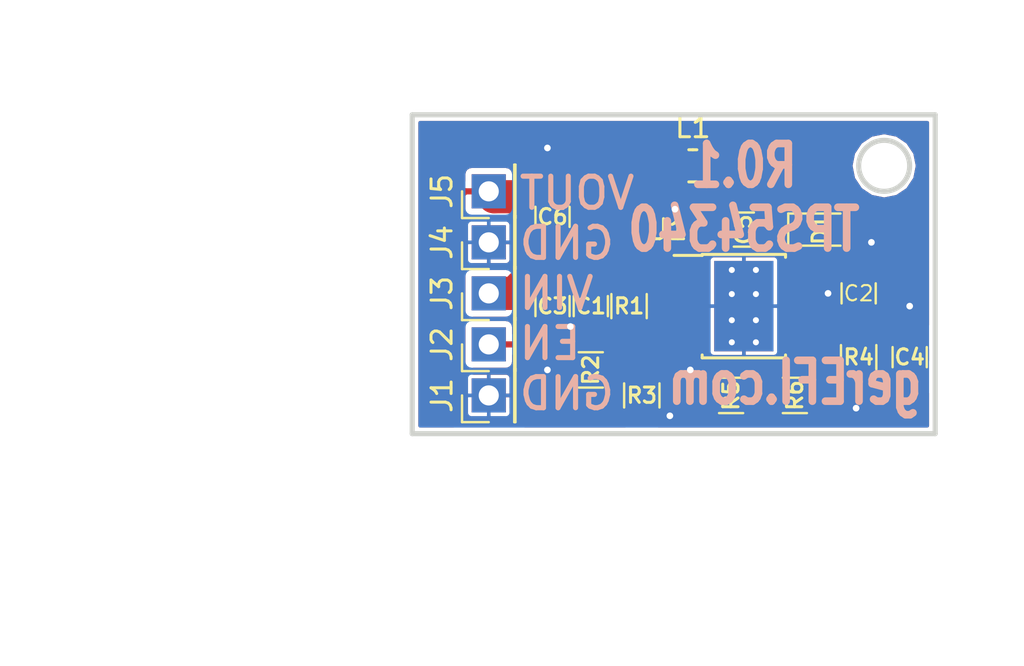
<source format=kicad_pcb>
(kicad_pcb (version 4) (host pcbnew 4.0.7)

  (general
    (links 42)
    (no_connects 0)
    (area 162.432999 111.632999 188.722001 127.762001)
    (thickness 1.6)
    (drawings 13)
    (tracks 80)
    (zones 0)
    (modules 20)
    (nets 11)
  )

  (page A)
  (title_block
    (title "Buck regulator TPS54340")
    (date 2019-01-05)
    (rev R0.1)
    (company "gerEFI by DAECU")
  )

  (layers
    (0 F.Cu signal)
    (31 B.Cu signal)
    (32 B.Adhes user)
    (33 F.Adhes user)
    (34 B.Paste user)
    (35 F.Paste user)
    (36 B.SilkS user)
    (37 F.SilkS user)
    (38 B.Mask user)
    (39 F.Mask user)
    (40 Dwgs.User user)
    (41 Cmts.User user)
    (42 Eco1.User user)
    (43 Eco2.User user)
    (44 Edge.Cuts user)
  )

  (setup
    (last_trace_width 0.3048)
    (user_trace_width 0.3048)
    (user_trace_width 1.0668)
    (user_trace_width 1.651)
    (user_trace_width 1.6764)
    (user_trace_width 2.7178)
    (trace_clearance 0.3048)
    (zone_clearance 0.1778)
    (zone_45_only no)
    (trace_min 0.254)
    (segment_width 0.254)
    (edge_width 0.254)
    (via_size 0.6858)
    (via_drill 0.3302)
    (via_min_size 0)
    (via_min_drill 0.3302)
    (user_via 0.6858 0.3302)
    (user_via 0.78994 0.43434)
    (user_via 15.4178 11.8618)
    (uvia_size 0.508)
    (uvia_drill 0.127)
    (uvias_allowed no)
    (uvia_min_size 0.508)
    (uvia_min_drill 0.127)
    (pcb_text_width 0.4318)
    (pcb_text_size 1.524 2.032)
    (mod_edge_width 0.09906)
    (mod_text_size 1.524 1.524)
    (mod_text_width 0.254)
    (pad_size 0.35052 0.70104)
    (pad_drill 0.6)
    (pad_to_mask_clearance 0.254)
    (aux_axis_origin 0 0)
    (visible_elements 7FFEFE7F)
    (pcbplotparams
      (layerselection 0x010f0_80000001)
      (usegerberextensions true)
      (excludeedgelayer true)
      (linewidth 0.150000)
      (plotframeref false)
      (viasonmask false)
      (mode 1)
      (useauxorigin false)
      (hpglpennumber 1)
      (hpglpenspeed 20)
      (hpglpendiameter 15)
      (hpglpenoverlay 2)
      (psnegative false)
      (psa4output false)
      (plotreference true)
      (plotvalue false)
      (plotinvisibletext false)
      (padsonsilk false)
      (subtractmaskfromsilk false)
      (outputformat 1)
      (mirror false)
      (drillshape 0)
      (scaleselection 1)
      (outputdirectory gerber))
  )

  (net 0 "")
  (net 1 GND)
  (net 2 /VIN)
  (net 3 /COMP)
  (net 4 "Net-(C4-Pad1)")
  (net 5 /SW)
  (net 6 /BOOT)
  (net 7 /VOUT)
  (net 8 /EN)
  (net 9 /RT/CLK)
  (net 10 /FB)

  (net_class Default "Это класс цепей по умолчанию."
    (clearance 0.3048)
    (trace_width 0.3048)
    (via_dia 0.6858)
    (via_drill 0.3302)
    (uvia_dia 0.508)
    (uvia_drill 0.127)
    (add_net /BOOT)
    (add_net /COMP)
    (add_net /EN)
    (add_net /FB)
    (add_net /RT/CLK)
    (add_net /VOUT)
    (add_net GND)
    (add_net "Net-(C4-Pad1)")
  )

  (net_class 1A_EXTERNAL ""
    (clearance 0.3048)
    (trace_width 0.3048)
    (via_dia 0.6858)
    (via_drill 0.3302)
    (uvia_dia 0.508)
    (uvia_drill 0.127)
  )

  (net_class 3.5A_EXTERNAL ""
    (clearance 0.3048)
    (trace_width 1.651)
    (via_dia 1.0922)
    (via_drill 0.6858)
    (uvia_dia 0.508)
    (uvia_drill 0.127)
  )

  (net_class 5A_EXTERNAL ""
    (clearance 0.3048)
    (trace_width 2.7178)
    (via_dia 1.54178)
    (via_drill 1.18618)
    (uvia_dia 0.508)
    (uvia_drill 0.127)
  )

  (net_class PIN_WIDTH ""
    (clearance 0.3048)
    (trace_width 1.27)
    (via_dia 0.6858)
    (via_drill 0.3302)
    (uvia_dia 0.508)
    (uvia_drill 0.127)
    (add_net /SW)
    (add_net /VIN)
  )

  (module Resistors_SMD:R_0805 (layer F.Cu) (tedit 5C306DA4) (tstamp 5C3076CA)
    (at 171.45 124.46 180)
    (descr "Resistor SMD 0805, reflow soldering, Vishay (see dcrcw.pdf)")
    (tags "resistor 0805")
    (path /5C310B4E)
    (attr smd)
    (fp_text reference R2 (at 0 0 270) (layer F.SilkS)
      (effects (font (size 0.762 0.762) (thickness 0.15)))
    )
    (fp_text value 86k6 (at 0 1.75 180) (layer F.Fab)
      (effects (font (size 1 1) (thickness 0.15)))
    )
    (fp_text user %R (at 0 0 180) (layer F.Fab)
      (effects (font (size 0.5 0.5) (thickness 0.075)))
    )
    (fp_line (start -1 0.62) (end -1 -0.62) (layer F.Fab) (width 0.1))
    (fp_line (start 1 0.62) (end -1 0.62) (layer F.Fab) (width 0.1))
    (fp_line (start 1 -0.62) (end 1 0.62) (layer F.Fab) (width 0.1))
    (fp_line (start -1 -0.62) (end 1 -0.62) (layer F.Fab) (width 0.1))
    (fp_line (start 0.6 0.88) (end -0.6 0.88) (layer F.SilkS) (width 0.12))
    (fp_line (start -0.6 -0.88) (end 0.6 -0.88) (layer F.SilkS) (width 0.12))
    (fp_line (start -1.55 -0.9) (end 1.55 -0.9) (layer F.CrtYd) (width 0.05))
    (fp_line (start -1.55 -0.9) (end -1.55 0.9) (layer F.CrtYd) (width 0.05))
    (fp_line (start 1.55 0.9) (end 1.55 -0.9) (layer F.CrtYd) (width 0.05))
    (fp_line (start 1.55 0.9) (end -1.55 0.9) (layer F.CrtYd) (width 0.05))
    (pad 1 smd rect (at -0.95 0 180) (size 0.7 1.3) (layers F.Cu F.Paste F.Mask)
      (net 8 /EN))
    (pad 2 smd rect (at 0.95 0 180) (size 0.7 1.3) (layers F.Cu F.Paste F.Mask)
      (net 1 GND))
    (model ${KISYS3DMOD}/Resistors_SMD.3dshapes/R_0805.wrl
      (at (xyz 0 0 0))
      (scale (xyz 1 1 1))
      (rotate (xyz 0 0 0))
    )
  )

  (module Capacitors_SMD:C_0805 (layer F.Cu) (tedit 5C306D91) (tstamp 5C3075C8)
    (at 171.45 121.285 90)
    (descr "Capacitor SMD 0805, reflow soldering, AVX (see smccp.pdf)")
    (tags "capacitor 0805")
    (path /5C31072F)
    (attr smd)
    (fp_text reference C1 (at 0 0 180) (layer F.SilkS)
      (effects (font (size 0.762 0.762) (thickness 0.15)))
    )
    (fp_text value 2.2uF (at 0 1.75 90) (layer F.Fab)
      (effects (font (size 1 1) (thickness 0.15)))
    )
    (fp_text user %R (at 0 -1.5 90) (layer F.Fab)
      (effects (font (size 1 1) (thickness 0.15)))
    )
    (fp_line (start -1 0.62) (end -1 -0.62) (layer F.Fab) (width 0.1))
    (fp_line (start 1 0.62) (end -1 0.62) (layer F.Fab) (width 0.1))
    (fp_line (start 1 -0.62) (end 1 0.62) (layer F.Fab) (width 0.1))
    (fp_line (start -1 -0.62) (end 1 -0.62) (layer F.Fab) (width 0.1))
    (fp_line (start 0.5 -0.85) (end -0.5 -0.85) (layer F.SilkS) (width 0.12))
    (fp_line (start -0.5 0.85) (end 0.5 0.85) (layer F.SilkS) (width 0.12))
    (fp_line (start -1.75 -0.88) (end 1.75 -0.88) (layer F.CrtYd) (width 0.05))
    (fp_line (start -1.75 -0.88) (end -1.75 0.87) (layer F.CrtYd) (width 0.05))
    (fp_line (start 1.75 0.87) (end 1.75 -0.88) (layer F.CrtYd) (width 0.05))
    (fp_line (start 1.75 0.87) (end -1.75 0.87) (layer F.CrtYd) (width 0.05))
    (pad 1 smd rect (at -1 0 90) (size 1 1.25) (layers F.Cu F.Paste F.Mask)
      (net 1 GND))
    (pad 2 smd rect (at 1 0 90) (size 1 1.25) (layers F.Cu F.Paste F.Mask)
      (net 2 /VIN))
    (model Capacitors_SMD.3dshapes/C_0805.wrl
      (at (xyz 0 0 0))
      (scale (xyz 1 1 1))
      (rotate (xyz 0 0 0))
    )
  )

  (module Capacitors_SMD:C_0805 (layer F.Cu) (tedit 5C306D18) (tstamp 5C3075D9)
    (at 184.785 120.65 90)
    (descr "Capacitor SMD 0805, reflow soldering, AVX (see smccp.pdf)")
    (tags "capacitor 0805")
    (path /5C308D84)
    (attr smd)
    (fp_text reference C2 (at 0 0 180) (layer F.SilkS)
      (effects (font (size 0.762 0.762) (thickness 0.1016)))
    )
    (fp_text value 47pF (at 0 1.75 90) (layer F.Fab)
      (effects (font (size 1 1) (thickness 0.15)))
    )
    (fp_text user %R (at 0 -1.5 90) (layer F.Fab)
      (effects (font (size 1 1) (thickness 0.15)))
    )
    (fp_line (start -1 0.62) (end -1 -0.62) (layer F.Fab) (width 0.1))
    (fp_line (start 1 0.62) (end -1 0.62) (layer F.Fab) (width 0.1))
    (fp_line (start 1 -0.62) (end 1 0.62) (layer F.Fab) (width 0.1))
    (fp_line (start -1 -0.62) (end 1 -0.62) (layer F.Fab) (width 0.1))
    (fp_line (start 0.5 -0.85) (end -0.5 -0.85) (layer F.SilkS) (width 0.12))
    (fp_line (start -0.5 0.85) (end 0.5 0.85) (layer F.SilkS) (width 0.12))
    (fp_line (start -1.75 -0.88) (end 1.75 -0.88) (layer F.CrtYd) (width 0.05))
    (fp_line (start -1.75 -0.88) (end -1.75 0.87) (layer F.CrtYd) (width 0.05))
    (fp_line (start 1.75 0.87) (end 1.75 -0.88) (layer F.CrtYd) (width 0.05))
    (fp_line (start 1.75 0.87) (end -1.75 0.87) (layer F.CrtYd) (width 0.05))
    (pad 1 smd rect (at -1 0 90) (size 1 1.25) (layers F.Cu F.Paste F.Mask)
      (net 3 /COMP))
    (pad 2 smd rect (at 1 0 90) (size 1 1.25) (layers F.Cu F.Paste F.Mask)
      (net 1 GND))
    (model Capacitors_SMD.3dshapes/C_0805.wrl
      (at (xyz 0 0 0))
      (scale (xyz 1 1 1))
      (rotate (xyz 0 0 0))
    )
  )

  (module Capacitors_SMD:C_0805 (layer F.Cu) (tedit 5C306D8C) (tstamp 5C3075EA)
    (at 169.545 121.285 90)
    (descr "Capacitor SMD 0805, reflow soldering, AVX (see smccp.pdf)")
    (tags "capacitor 0805")
    (path /4AD9CB8E)
    (attr smd)
    (fp_text reference C3 (at 0 0 180) (layer F.SilkS)
      (effects (font (size 0.762 0.762) (thickness 0.15)))
    )
    (fp_text value 2.2uF (at 0 1.75 90) (layer F.Fab)
      (effects (font (size 1 1) (thickness 0.15)))
    )
    (fp_text user %R (at 0 -1.5 90) (layer F.Fab)
      (effects (font (size 1 1) (thickness 0.15)))
    )
    (fp_line (start -1 0.62) (end -1 -0.62) (layer F.Fab) (width 0.1))
    (fp_line (start 1 0.62) (end -1 0.62) (layer F.Fab) (width 0.1))
    (fp_line (start 1 -0.62) (end 1 0.62) (layer F.Fab) (width 0.1))
    (fp_line (start -1 -0.62) (end 1 -0.62) (layer F.Fab) (width 0.1))
    (fp_line (start 0.5 -0.85) (end -0.5 -0.85) (layer F.SilkS) (width 0.12))
    (fp_line (start -0.5 0.85) (end 0.5 0.85) (layer F.SilkS) (width 0.12))
    (fp_line (start -1.75 -0.88) (end 1.75 -0.88) (layer F.CrtYd) (width 0.05))
    (fp_line (start -1.75 -0.88) (end -1.75 0.87) (layer F.CrtYd) (width 0.05))
    (fp_line (start 1.75 0.87) (end 1.75 -0.88) (layer F.CrtYd) (width 0.05))
    (fp_line (start 1.75 0.87) (end -1.75 0.87) (layer F.CrtYd) (width 0.05))
    (pad 1 smd rect (at -1 0 90) (size 1 1.25) (layers F.Cu F.Paste F.Mask)
      (net 1 GND))
    (pad 2 smd rect (at 1 0 90) (size 1 1.25) (layers F.Cu F.Paste F.Mask)
      (net 2 /VIN))
    (model Capacitors_SMD.3dshapes/C_0805.wrl
      (at (xyz 0 0 0))
      (scale (xyz 1 1 1))
      (rotate (xyz 0 0 0))
    )
  )

  (module Capacitors_SMD:C_0805 (layer F.Cu) (tedit 5C306D89) (tstamp 5C3075FB)
    (at 187.325 123.825 90)
    (descr "Capacitor SMD 0805, reflow soldering, AVX (see smccp.pdf)")
    (tags "capacitor 0805")
    (path /50D6291F)
    (attr smd)
    (fp_text reference C4 (at 0 0 180) (layer F.SilkS)
      (effects (font (size 0.762 0.762) (thickness 0.15)))
    )
    (fp_text value 5600pF (at 0 1.75 90) (layer F.Fab)
      (effects (font (size 1 1) (thickness 0.15)))
    )
    (fp_text user %R (at 0 -1.5 90) (layer F.Fab)
      (effects (font (size 1 1) (thickness 0.15)))
    )
    (fp_line (start -1 0.62) (end -1 -0.62) (layer F.Fab) (width 0.1))
    (fp_line (start 1 0.62) (end -1 0.62) (layer F.Fab) (width 0.1))
    (fp_line (start 1 -0.62) (end 1 0.62) (layer F.Fab) (width 0.1))
    (fp_line (start -1 -0.62) (end 1 -0.62) (layer F.Fab) (width 0.1))
    (fp_line (start 0.5 -0.85) (end -0.5 -0.85) (layer F.SilkS) (width 0.12))
    (fp_line (start -0.5 0.85) (end 0.5 0.85) (layer F.SilkS) (width 0.12))
    (fp_line (start -1.75 -0.88) (end 1.75 -0.88) (layer F.CrtYd) (width 0.05))
    (fp_line (start -1.75 -0.88) (end -1.75 0.87) (layer F.CrtYd) (width 0.05))
    (fp_line (start 1.75 0.87) (end 1.75 -0.88) (layer F.CrtYd) (width 0.05))
    (fp_line (start 1.75 0.87) (end -1.75 0.87) (layer F.CrtYd) (width 0.05))
    (pad 1 smd rect (at -1 0 90) (size 1 1.25) (layers F.Cu F.Paste F.Mask)
      (net 4 "Net-(C4-Pad1)"))
    (pad 2 smd rect (at 1 0 90) (size 1 1.25) (layers F.Cu F.Paste F.Mask)
      (net 1 GND))
    (model Capacitors_SMD.3dshapes/C_0805.wrl
      (at (xyz 0 0 0))
      (scale (xyz 1 1 1))
      (rotate (xyz 0 0 0))
    )
  )

  (module Capacitors_SMD:C_0805 (layer F.Cu) (tedit 5C306D80) (tstamp 5C30760C)
    (at 179.07 117.475 180)
    (descr "Capacitor SMD 0805, reflow soldering, AVX (see smccp.pdf)")
    (tags "capacitor 0805")
    (path /5C309618)
    (attr smd)
    (fp_text reference C5 (at 0 0 270) (layer F.SilkS)
      (effects (font (size 0.762 0.762) (thickness 0.15)))
    )
    (fp_text value 0.1uF (at 0 1.75 180) (layer F.Fab)
      (effects (font (size 1 1) (thickness 0.15)))
    )
    (fp_text user %R (at 0 -1.5 180) (layer F.Fab)
      (effects (font (size 1 1) (thickness 0.15)))
    )
    (fp_line (start -1 0.62) (end -1 -0.62) (layer F.Fab) (width 0.1))
    (fp_line (start 1 0.62) (end -1 0.62) (layer F.Fab) (width 0.1))
    (fp_line (start 1 -0.62) (end 1 0.62) (layer F.Fab) (width 0.1))
    (fp_line (start -1 -0.62) (end 1 -0.62) (layer F.Fab) (width 0.1))
    (fp_line (start 0.5 -0.85) (end -0.5 -0.85) (layer F.SilkS) (width 0.12))
    (fp_line (start -0.5 0.85) (end 0.5 0.85) (layer F.SilkS) (width 0.12))
    (fp_line (start -1.75 -0.88) (end 1.75 -0.88) (layer F.CrtYd) (width 0.05))
    (fp_line (start -1.75 -0.88) (end -1.75 0.87) (layer F.CrtYd) (width 0.05))
    (fp_line (start 1.75 0.87) (end 1.75 -0.88) (layer F.CrtYd) (width 0.05))
    (fp_line (start 1.75 0.87) (end -1.75 0.87) (layer F.CrtYd) (width 0.05))
    (pad 1 smd rect (at -1 0 180) (size 1 1.25) (layers F.Cu F.Paste F.Mask)
      (net 5 /SW))
    (pad 2 smd rect (at 1 0 180) (size 1 1.25) (layers F.Cu F.Paste F.Mask)
      (net 6 /BOOT))
    (model Capacitors_SMD.3dshapes/C_0805.wrl
      (at (xyz 0 0 0))
      (scale (xyz 1 1 1))
      (rotate (xyz 0 0 0))
    )
  )

  (module Capacitors_SMD:C_0805 (layer F.Cu) (tedit 5C306D9D) (tstamp 5C30761D)
    (at 169.545 116.84 270)
    (descr "Capacitor SMD 0805, reflow soldering, AVX (see smccp.pdf)")
    (tags "capacitor 0805")
    (path /5C309A65)
    (attr smd)
    (fp_text reference C6 (at 0 0 360) (layer F.SilkS)
      (effects (font (size 0.762 0.762) (thickness 0.15)))
    )
    (fp_text value 100uF (at 0 1.75 270) (layer F.Fab)
      (effects (font (size 1 1) (thickness 0.15)))
    )
    (fp_text user %R (at 0 -1.5 270) (layer F.Fab)
      (effects (font (size 1 1) (thickness 0.15)))
    )
    (fp_line (start -1 0.62) (end -1 -0.62) (layer F.Fab) (width 0.1))
    (fp_line (start 1 0.62) (end -1 0.62) (layer F.Fab) (width 0.1))
    (fp_line (start 1 -0.62) (end 1 0.62) (layer F.Fab) (width 0.1))
    (fp_line (start -1 -0.62) (end 1 -0.62) (layer F.Fab) (width 0.1))
    (fp_line (start 0.5 -0.85) (end -0.5 -0.85) (layer F.SilkS) (width 0.12))
    (fp_line (start -0.5 0.85) (end 0.5 0.85) (layer F.SilkS) (width 0.12))
    (fp_line (start -1.75 -0.88) (end 1.75 -0.88) (layer F.CrtYd) (width 0.05))
    (fp_line (start -1.75 -0.88) (end -1.75 0.87) (layer F.CrtYd) (width 0.05))
    (fp_line (start 1.75 0.87) (end 1.75 -0.88) (layer F.CrtYd) (width 0.05))
    (fp_line (start 1.75 0.87) (end -1.75 0.87) (layer F.CrtYd) (width 0.05))
    (pad 1 smd rect (at -1 0 270) (size 1 1.25) (layers F.Cu F.Paste F.Mask)
      (net 7 /VOUT))
    (pad 2 smd rect (at 1 0 270) (size 1 1.25) (layers F.Cu F.Paste F.Mask)
      (net 1 GND))
    (model Capacitors_SMD.3dshapes/C_0805.wrl
      (at (xyz 0 0 0))
      (scale (xyz 1 1 1))
      (rotate (xyz 0 0 0))
    )
  )

  (module Diodes_SMD:D_0805 (layer F.Cu) (tedit 5C306DAE) (tstamp 5C307635)
    (at 182.88 117.475)
    (descr "Diode SMD in 0805 package http://datasheets.avx.com/schottky.pdf")
    (tags "smd diode")
    (path /5C30C945)
    (attr smd)
    (fp_text reference D1 (at 0 0 90) (layer F.SilkS)
      (effects (font (size 0.762 0.762) (thickness 0.15)))
    )
    (fp_text value B560C (at 0 1.7) (layer F.Fab)
      (effects (font (size 1 1) (thickness 0.15)))
    )
    (fp_text user %R (at 0 -1.6) (layer F.Fab)
      (effects (font (size 1 1) (thickness 0.15)))
    )
    (fp_line (start -1.6 -0.8) (end -1.6 0.8) (layer F.SilkS) (width 0.12))
    (fp_line (start -1.7 0.88) (end -1.7 -0.88) (layer F.CrtYd) (width 0.05))
    (fp_line (start 1.7 0.88) (end -1.7 0.88) (layer F.CrtYd) (width 0.05))
    (fp_line (start 1.7 -0.88) (end 1.7 0.88) (layer F.CrtYd) (width 0.05))
    (fp_line (start -1.7 -0.88) (end 1.7 -0.88) (layer F.CrtYd) (width 0.05))
    (fp_line (start 0.2 0) (end 0.4 0) (layer F.Fab) (width 0.1))
    (fp_line (start -0.1 0) (end -0.3 0) (layer F.Fab) (width 0.1))
    (fp_line (start -0.1 -0.2) (end -0.1 0.2) (layer F.Fab) (width 0.1))
    (fp_line (start 0.2 0.2) (end 0.2 -0.2) (layer F.Fab) (width 0.1))
    (fp_line (start -0.1 0) (end 0.2 0.2) (layer F.Fab) (width 0.1))
    (fp_line (start 0.2 -0.2) (end -0.1 0) (layer F.Fab) (width 0.1))
    (fp_line (start -1 0.65) (end -1 -0.65) (layer F.Fab) (width 0.1))
    (fp_line (start 1 0.65) (end -1 0.65) (layer F.Fab) (width 0.1))
    (fp_line (start 1 -0.65) (end 1 0.65) (layer F.Fab) (width 0.1))
    (fp_line (start -1 -0.65) (end 1 -0.65) (layer F.Fab) (width 0.1))
    (fp_line (start -1.6 0.8) (end 1 0.8) (layer F.SilkS) (width 0.12))
    (fp_line (start -1.6 -0.8) (end 1 -0.8) (layer F.SilkS) (width 0.12))
    (pad 1 smd rect (at -1.05 0) (size 0.8 0.9) (layers F.Cu F.Paste F.Mask)
      (net 5 /SW))
    (pad 2 smd rect (at 1.05 0) (size 0.8 0.9) (layers F.Cu F.Paste F.Mask)
      (net 1 GND))
    (model ${KISYS3DMOD}/Diodes_SMD.3dshapes/D_0805.wrl
      (at (xyz 0 0 0))
      (scale (xyz 1 1 1))
      (rotate (xyz 0 0 0))
    )
  )

  (module Pin_Headers:Pin_Header_Straight_1x01_Pitch2.54mm (layer F.Cu) (tedit 59650532) (tstamp 5C30764A)
    (at 166.37 125.73 90)
    (descr "Through hole straight pin header, 1x01, 2.54mm pitch, single row")
    (tags "Through hole pin header THT 1x01 2.54mm single row")
    (path /5C30E4DC)
    (fp_text reference J1 (at 0 -2.33 90) (layer F.SilkS)
      (effects (font (size 1 1) (thickness 0.15)))
    )
    (fp_text value Conn_01x01 (at 0 2.33 90) (layer F.Fab)
      (effects (font (size 1 1) (thickness 0.15)))
    )
    (fp_line (start -0.635 -1.27) (end 1.27 -1.27) (layer F.Fab) (width 0.1))
    (fp_line (start 1.27 -1.27) (end 1.27 1.27) (layer F.Fab) (width 0.1))
    (fp_line (start 1.27 1.27) (end -1.27 1.27) (layer F.Fab) (width 0.1))
    (fp_line (start -1.27 1.27) (end -1.27 -0.635) (layer F.Fab) (width 0.1))
    (fp_line (start -1.27 -0.635) (end -0.635 -1.27) (layer F.Fab) (width 0.1))
    (fp_line (start -1.33 1.33) (end 1.33 1.33) (layer F.SilkS) (width 0.12))
    (fp_line (start -1.33 1.27) (end -1.33 1.33) (layer F.SilkS) (width 0.12))
    (fp_line (start 1.33 1.27) (end 1.33 1.33) (layer F.SilkS) (width 0.12))
    (fp_line (start -1.33 1.27) (end 1.33 1.27) (layer F.SilkS) (width 0.12))
    (fp_line (start -1.33 0) (end -1.33 -1.33) (layer F.SilkS) (width 0.12))
    (fp_line (start -1.33 -1.33) (end 0 -1.33) (layer F.SilkS) (width 0.12))
    (fp_line (start -1.8 -1.8) (end -1.8 1.8) (layer F.CrtYd) (width 0.05))
    (fp_line (start -1.8 1.8) (end 1.8 1.8) (layer F.CrtYd) (width 0.05))
    (fp_line (start 1.8 1.8) (end 1.8 -1.8) (layer F.CrtYd) (width 0.05))
    (fp_line (start 1.8 -1.8) (end -1.8 -1.8) (layer F.CrtYd) (width 0.05))
    (fp_text user %R (at 0 0 180) (layer F.Fab)
      (effects (font (size 1 1) (thickness 0.15)))
    )
    (pad 1 thru_hole rect (at 0 0 90) (size 1.7 1.7) (drill 1) (layers *.Cu *.Mask)
      (net 1 GND))
    (model ${KISYS3DMOD}/Pin_Headers.3dshapes/Pin_Header_Straight_1x01_Pitch2.54mm.wrl
      (at (xyz 0 0 0))
      (scale (xyz 1 1 1))
      (rotate (xyz 0 0 0))
    )
  )

  (module Pin_Headers:Pin_Header_Straight_1x01_Pitch2.54mm (layer F.Cu) (tedit 59650532) (tstamp 5C30765F)
    (at 166.37 123.19 90)
    (descr "Through hole straight pin header, 1x01, 2.54mm pitch, single row")
    (tags "Through hole pin header THT 1x01 2.54mm single row")
    (path /5C30E36C)
    (fp_text reference J2 (at 0 -2.33 90) (layer F.SilkS)
      (effects (font (size 1 1) (thickness 0.15)))
    )
    (fp_text value Conn_01x01 (at 0 2.33 90) (layer F.Fab)
      (effects (font (size 1 1) (thickness 0.15)))
    )
    (fp_line (start -0.635 -1.27) (end 1.27 -1.27) (layer F.Fab) (width 0.1))
    (fp_line (start 1.27 -1.27) (end 1.27 1.27) (layer F.Fab) (width 0.1))
    (fp_line (start 1.27 1.27) (end -1.27 1.27) (layer F.Fab) (width 0.1))
    (fp_line (start -1.27 1.27) (end -1.27 -0.635) (layer F.Fab) (width 0.1))
    (fp_line (start -1.27 -0.635) (end -0.635 -1.27) (layer F.Fab) (width 0.1))
    (fp_line (start -1.33 1.33) (end 1.33 1.33) (layer F.SilkS) (width 0.12))
    (fp_line (start -1.33 1.27) (end -1.33 1.33) (layer F.SilkS) (width 0.12))
    (fp_line (start 1.33 1.27) (end 1.33 1.33) (layer F.SilkS) (width 0.12))
    (fp_line (start -1.33 1.27) (end 1.33 1.27) (layer F.SilkS) (width 0.12))
    (fp_line (start -1.33 0) (end -1.33 -1.33) (layer F.SilkS) (width 0.12))
    (fp_line (start -1.33 -1.33) (end 0 -1.33) (layer F.SilkS) (width 0.12))
    (fp_line (start -1.8 -1.8) (end -1.8 1.8) (layer F.CrtYd) (width 0.05))
    (fp_line (start -1.8 1.8) (end 1.8 1.8) (layer F.CrtYd) (width 0.05))
    (fp_line (start 1.8 1.8) (end 1.8 -1.8) (layer F.CrtYd) (width 0.05))
    (fp_line (start 1.8 -1.8) (end -1.8 -1.8) (layer F.CrtYd) (width 0.05))
    (fp_text user %R (at 0 0 180) (layer F.Fab)
      (effects (font (size 1 1) (thickness 0.15)))
    )
    (pad 1 thru_hole rect (at 0 0 90) (size 1.7 1.7) (drill 1) (layers *.Cu *.Mask)
      (net 8 /EN))
    (model ${KISYS3DMOD}/Pin_Headers.3dshapes/Pin_Header_Straight_1x01_Pitch2.54mm.wrl
      (at (xyz 0 0 0))
      (scale (xyz 1 1 1))
      (rotate (xyz 0 0 0))
    )
  )

  (module Pin_Headers:Pin_Header_Straight_1x01_Pitch2.54mm (layer F.Cu) (tedit 59650532) (tstamp 5C307674)
    (at 166.37 120.65 90)
    (descr "Through hole straight pin header, 1x01, 2.54mm pitch, single row")
    (tags "Through hole pin header THT 1x01 2.54mm single row")
    (path /5C30E520)
    (fp_text reference J3 (at 0 -2.33 90) (layer F.SilkS)
      (effects (font (size 1 1) (thickness 0.15)))
    )
    (fp_text value Conn_01x01 (at 0 2.33 90) (layer F.Fab)
      (effects (font (size 1 1) (thickness 0.15)))
    )
    (fp_line (start -0.635 -1.27) (end 1.27 -1.27) (layer F.Fab) (width 0.1))
    (fp_line (start 1.27 -1.27) (end 1.27 1.27) (layer F.Fab) (width 0.1))
    (fp_line (start 1.27 1.27) (end -1.27 1.27) (layer F.Fab) (width 0.1))
    (fp_line (start -1.27 1.27) (end -1.27 -0.635) (layer F.Fab) (width 0.1))
    (fp_line (start -1.27 -0.635) (end -0.635 -1.27) (layer F.Fab) (width 0.1))
    (fp_line (start -1.33 1.33) (end 1.33 1.33) (layer F.SilkS) (width 0.12))
    (fp_line (start -1.33 1.27) (end -1.33 1.33) (layer F.SilkS) (width 0.12))
    (fp_line (start 1.33 1.27) (end 1.33 1.33) (layer F.SilkS) (width 0.12))
    (fp_line (start -1.33 1.27) (end 1.33 1.27) (layer F.SilkS) (width 0.12))
    (fp_line (start -1.33 0) (end -1.33 -1.33) (layer F.SilkS) (width 0.12))
    (fp_line (start -1.33 -1.33) (end 0 -1.33) (layer F.SilkS) (width 0.12))
    (fp_line (start -1.8 -1.8) (end -1.8 1.8) (layer F.CrtYd) (width 0.05))
    (fp_line (start -1.8 1.8) (end 1.8 1.8) (layer F.CrtYd) (width 0.05))
    (fp_line (start 1.8 1.8) (end 1.8 -1.8) (layer F.CrtYd) (width 0.05))
    (fp_line (start 1.8 -1.8) (end -1.8 -1.8) (layer F.CrtYd) (width 0.05))
    (fp_text user %R (at 0 0 180) (layer F.Fab)
      (effects (font (size 1 1) (thickness 0.15)))
    )
    (pad 1 thru_hole rect (at 0 0 90) (size 1.7 1.7) (drill 1) (layers *.Cu *.Mask)
      (net 2 /VIN))
    (model ${KISYS3DMOD}/Pin_Headers.3dshapes/Pin_Header_Straight_1x01_Pitch2.54mm.wrl
      (at (xyz 0 0 0))
      (scale (xyz 1 1 1))
      (rotate (xyz 0 0 0))
    )
  )

  (module Pin_Headers:Pin_Header_Straight_1x01_Pitch2.54mm (layer F.Cu) (tedit 59650532) (tstamp 5C307689)
    (at 166.37 118.11 90)
    (descr "Through hole straight pin header, 1x01, 2.54mm pitch, single row")
    (tags "Through hole pin header THT 1x01 2.54mm single row")
    (path /5C30E2D2)
    (fp_text reference J4 (at 0 -2.33 90) (layer F.SilkS)
      (effects (font (size 1 1) (thickness 0.15)))
    )
    (fp_text value Conn_01x01 (at 0 2.33 90) (layer F.Fab)
      (effects (font (size 1 1) (thickness 0.15)))
    )
    (fp_line (start -0.635 -1.27) (end 1.27 -1.27) (layer F.Fab) (width 0.1))
    (fp_line (start 1.27 -1.27) (end 1.27 1.27) (layer F.Fab) (width 0.1))
    (fp_line (start 1.27 1.27) (end -1.27 1.27) (layer F.Fab) (width 0.1))
    (fp_line (start -1.27 1.27) (end -1.27 -0.635) (layer F.Fab) (width 0.1))
    (fp_line (start -1.27 -0.635) (end -0.635 -1.27) (layer F.Fab) (width 0.1))
    (fp_line (start -1.33 1.33) (end 1.33 1.33) (layer F.SilkS) (width 0.12))
    (fp_line (start -1.33 1.27) (end -1.33 1.33) (layer F.SilkS) (width 0.12))
    (fp_line (start 1.33 1.27) (end 1.33 1.33) (layer F.SilkS) (width 0.12))
    (fp_line (start -1.33 1.27) (end 1.33 1.27) (layer F.SilkS) (width 0.12))
    (fp_line (start -1.33 0) (end -1.33 -1.33) (layer F.SilkS) (width 0.12))
    (fp_line (start -1.33 -1.33) (end 0 -1.33) (layer F.SilkS) (width 0.12))
    (fp_line (start -1.8 -1.8) (end -1.8 1.8) (layer F.CrtYd) (width 0.05))
    (fp_line (start -1.8 1.8) (end 1.8 1.8) (layer F.CrtYd) (width 0.05))
    (fp_line (start 1.8 1.8) (end 1.8 -1.8) (layer F.CrtYd) (width 0.05))
    (fp_line (start 1.8 -1.8) (end -1.8 -1.8) (layer F.CrtYd) (width 0.05))
    (fp_text user %R (at 0 0 180) (layer F.Fab)
      (effects (font (size 1 1) (thickness 0.15)))
    )
    (pad 1 thru_hole rect (at 0 0 90) (size 1.7 1.7) (drill 1) (layers *.Cu *.Mask)
      (net 1 GND))
    (model ${KISYS3DMOD}/Pin_Headers.3dshapes/Pin_Header_Straight_1x01_Pitch2.54mm.wrl
      (at (xyz 0 0 0))
      (scale (xyz 1 1 1))
      (rotate (xyz 0 0 0))
    )
  )

  (module Pin_Headers:Pin_Header_Straight_1x01_Pitch2.54mm (layer F.Cu) (tedit 59650532) (tstamp 5C30769E)
    (at 166.37 115.57 90)
    (descr "Through hole straight pin header, 1x01, 2.54mm pitch, single row")
    (tags "Through hole pin header THT 1x01 2.54mm single row")
    (path /5C30E157)
    (fp_text reference J5 (at 0 -2.33 90) (layer F.SilkS)
      (effects (font (size 1 1) (thickness 0.15)))
    )
    (fp_text value Conn_01x01 (at 0 2.33 90) (layer F.Fab)
      (effects (font (size 1 1) (thickness 0.15)))
    )
    (fp_line (start -0.635 -1.27) (end 1.27 -1.27) (layer F.Fab) (width 0.1))
    (fp_line (start 1.27 -1.27) (end 1.27 1.27) (layer F.Fab) (width 0.1))
    (fp_line (start 1.27 1.27) (end -1.27 1.27) (layer F.Fab) (width 0.1))
    (fp_line (start -1.27 1.27) (end -1.27 -0.635) (layer F.Fab) (width 0.1))
    (fp_line (start -1.27 -0.635) (end -0.635 -1.27) (layer F.Fab) (width 0.1))
    (fp_line (start -1.33 1.33) (end 1.33 1.33) (layer F.SilkS) (width 0.12))
    (fp_line (start -1.33 1.27) (end -1.33 1.33) (layer F.SilkS) (width 0.12))
    (fp_line (start 1.33 1.27) (end 1.33 1.33) (layer F.SilkS) (width 0.12))
    (fp_line (start -1.33 1.27) (end 1.33 1.27) (layer F.SilkS) (width 0.12))
    (fp_line (start -1.33 0) (end -1.33 -1.33) (layer F.SilkS) (width 0.12))
    (fp_line (start -1.33 -1.33) (end 0 -1.33) (layer F.SilkS) (width 0.12))
    (fp_line (start -1.8 -1.8) (end -1.8 1.8) (layer F.CrtYd) (width 0.05))
    (fp_line (start -1.8 1.8) (end 1.8 1.8) (layer F.CrtYd) (width 0.05))
    (fp_line (start 1.8 1.8) (end 1.8 -1.8) (layer F.CrtYd) (width 0.05))
    (fp_line (start 1.8 -1.8) (end -1.8 -1.8) (layer F.CrtYd) (width 0.05))
    (fp_text user %R (at 0 0 180) (layer F.Fab)
      (effects (font (size 1 1) (thickness 0.15)))
    )
    (pad 1 thru_hole rect (at 0 0 90) (size 1.7 1.7) (drill 1) (layers *.Cu *.Mask)
      (net 7 /VOUT))
    (model ${KISYS3DMOD}/Pin_Headers.3dshapes/Pin_Header_Straight_1x01_Pitch2.54mm.wrl
      (at (xyz 0 0 0))
      (scale (xyz 1 1 1))
      (rotate (xyz 0 0 0))
    )
  )

  (module Resistors_Universal:Resistor_SMDuniversal_0805to1206_HandSoldering (layer F.Cu) (tedit 5C30716C) (tstamp 5C3076A8)
    (at 176.53 114.3 180)
    (descr "Resistor, SMD, universal, 0805 to 1206, Hand soldering,")
    (tags "Resistor, SMD, universal, 0805 to 1206, Hand soldering,")
    (path /5C309934)
    (fp_text reference L1 (at 0 1.905 180) (layer F.SilkS)
      (effects (font (size 1 1) (thickness 0.15)))
    )
    (fp_text value 5.6uH (at -0.39878 4.20116 180) (layer F.Fab)
      (effects (font (size 1 1) (thickness 0.15)))
    )
    (fp_line (start 0 0.8001) (end 0.20066 0.8001) (layer F.SilkS) (width 0.15))
    (fp_line (start 0 0.8001) (end -0.20066 0.8001) (layer F.SilkS) (width 0.15))
    (fp_line (start -0.09906 -0.8001) (end -0.20066 -0.8001) (layer F.SilkS) (width 0.15))
    (fp_line (start -0.20066 -0.8001) (end 0.20066 -0.8001) (layer F.SilkS) (width 0.15))
    (pad 1 smd trapezoid (at -2.413 0 180) (size 3.50012 1.99898) (rect_delta 0.39878 0 ) (layers F.Cu F.Paste F.Mask)
      (net 5 /SW))
    (pad 2 smd trapezoid (at 2.413 0) (size 3.50012 1.99898) (rect_delta 0.39878 0 ) (layers F.Cu F.Paste F.Mask)
      (net 7 /VOUT))
  )

  (module Resistors_SMD:R_0805 (layer F.Cu) (tedit 5C306DA1) (tstamp 5C3076B9)
    (at 173.355 121.285 90)
    (descr "Resistor SMD 0805, reflow soldering, Vishay (see dcrcw.pdf)")
    (tags "resistor 0805")
    (path /5C31096A)
    (attr smd)
    (fp_text reference R1 (at 0 0 180) (layer F.SilkS)
      (effects (font (size 0.762 0.762) (thickness 0.15)))
    )
    (fp_text value 365k (at 0 1.75 90) (layer F.Fab)
      (effects (font (size 1 1) (thickness 0.15)))
    )
    (fp_text user %R (at 0 0 90) (layer F.Fab)
      (effects (font (size 0.5 0.5) (thickness 0.075)))
    )
    (fp_line (start -1 0.62) (end -1 -0.62) (layer F.Fab) (width 0.1))
    (fp_line (start 1 0.62) (end -1 0.62) (layer F.Fab) (width 0.1))
    (fp_line (start 1 -0.62) (end 1 0.62) (layer F.Fab) (width 0.1))
    (fp_line (start -1 -0.62) (end 1 -0.62) (layer F.Fab) (width 0.1))
    (fp_line (start 0.6 0.88) (end -0.6 0.88) (layer F.SilkS) (width 0.12))
    (fp_line (start -0.6 -0.88) (end 0.6 -0.88) (layer F.SilkS) (width 0.12))
    (fp_line (start -1.55 -0.9) (end 1.55 -0.9) (layer F.CrtYd) (width 0.05))
    (fp_line (start -1.55 -0.9) (end -1.55 0.9) (layer F.CrtYd) (width 0.05))
    (fp_line (start 1.55 0.9) (end 1.55 -0.9) (layer F.CrtYd) (width 0.05))
    (fp_line (start 1.55 0.9) (end -1.55 0.9) (layer F.CrtYd) (width 0.05))
    (pad 1 smd rect (at -0.95 0 90) (size 0.7 1.3) (layers F.Cu F.Paste F.Mask)
      (net 8 /EN))
    (pad 2 smd rect (at 0.95 0 90) (size 0.7 1.3) (layers F.Cu F.Paste F.Mask)
      (net 2 /VIN))
    (model ${KISYS3DMOD}/Resistors_SMD.3dshapes/R_0805.wrl
      (at (xyz 0 0 0))
      (scale (xyz 1 1 1))
      (rotate (xyz 0 0 0))
    )
  )

  (module Resistors_SMD:R_0805 (layer F.Cu) (tedit 5C306D86) (tstamp 5C3076DB)
    (at 173.99 125.73 270)
    (descr "Resistor SMD 0805, reflow soldering, Vishay (see dcrcw.pdf)")
    (tags "resistor 0805")
    (path /4E39E38D)
    (attr smd)
    (fp_text reference R3 (at 0 0 360) (layer F.SilkS)
      (effects (font (size 0.762 0.762) (thickness 0.15)))
    )
    (fp_text value 162k (at 0 1.75 270) (layer F.Fab)
      (effects (font (size 1 1) (thickness 0.15)))
    )
    (fp_text user %R (at 0 0 270) (layer F.Fab)
      (effects (font (size 0.5 0.5) (thickness 0.075)))
    )
    (fp_line (start -1 0.62) (end -1 -0.62) (layer F.Fab) (width 0.1))
    (fp_line (start 1 0.62) (end -1 0.62) (layer F.Fab) (width 0.1))
    (fp_line (start 1 -0.62) (end 1 0.62) (layer F.Fab) (width 0.1))
    (fp_line (start -1 -0.62) (end 1 -0.62) (layer F.Fab) (width 0.1))
    (fp_line (start 0.6 0.88) (end -0.6 0.88) (layer F.SilkS) (width 0.12))
    (fp_line (start -0.6 -0.88) (end 0.6 -0.88) (layer F.SilkS) (width 0.12))
    (fp_line (start -1.55 -0.9) (end 1.55 -0.9) (layer F.CrtYd) (width 0.05))
    (fp_line (start -1.55 -0.9) (end -1.55 0.9) (layer F.CrtYd) (width 0.05))
    (fp_line (start 1.55 0.9) (end 1.55 -0.9) (layer F.CrtYd) (width 0.05))
    (fp_line (start 1.55 0.9) (end -1.55 0.9) (layer F.CrtYd) (width 0.05))
    (pad 1 smd rect (at -0.95 0 270) (size 0.7 1.3) (layers F.Cu F.Paste F.Mask)
      (net 9 /RT/CLK))
    (pad 2 smd rect (at 0.95 0 270) (size 0.7 1.3) (layers F.Cu F.Paste F.Mask)
      (net 1 GND))
    (model ${KISYS3DMOD}/Resistors_SMD.3dshapes/R_0805.wrl
      (at (xyz 0 0 0))
      (scale (xyz 1 1 1))
      (rotate (xyz 0 0 0))
    )
  )

  (module Resistors_SMD:R_0805 (layer F.Cu) (tedit 5C306D98) (tstamp 5C3076EC)
    (at 184.785 123.825 270)
    (descr "Resistor SMD 0805, reflow soldering, Vishay (see dcrcw.pdf)")
    (tags "resistor 0805")
    (path /5C308D40)
    (attr smd)
    (fp_text reference R4 (at 0 0 360) (layer F.SilkS)
      (effects (font (size 0.762 0.762) (thickness 0.15)))
    )
    (fp_text value 11k5 (at 0 1.75 270) (layer F.Fab)
      (effects (font (size 1 1) (thickness 0.15)))
    )
    (fp_text user %R (at 0 0 270) (layer F.Fab)
      (effects (font (size 0.5 0.5) (thickness 0.075)))
    )
    (fp_line (start -1 0.62) (end -1 -0.62) (layer F.Fab) (width 0.1))
    (fp_line (start 1 0.62) (end -1 0.62) (layer F.Fab) (width 0.1))
    (fp_line (start 1 -0.62) (end 1 0.62) (layer F.Fab) (width 0.1))
    (fp_line (start -1 -0.62) (end 1 -0.62) (layer F.Fab) (width 0.1))
    (fp_line (start 0.6 0.88) (end -0.6 0.88) (layer F.SilkS) (width 0.12))
    (fp_line (start -0.6 -0.88) (end 0.6 -0.88) (layer F.SilkS) (width 0.12))
    (fp_line (start -1.55 -0.9) (end 1.55 -0.9) (layer F.CrtYd) (width 0.05))
    (fp_line (start -1.55 -0.9) (end -1.55 0.9) (layer F.CrtYd) (width 0.05))
    (fp_line (start 1.55 0.9) (end 1.55 -0.9) (layer F.CrtYd) (width 0.05))
    (fp_line (start 1.55 0.9) (end -1.55 0.9) (layer F.CrtYd) (width 0.05))
    (pad 1 smd rect (at -0.95 0 270) (size 0.7 1.3) (layers F.Cu F.Paste F.Mask)
      (net 3 /COMP))
    (pad 2 smd rect (at 0.95 0 270) (size 0.7 1.3) (layers F.Cu F.Paste F.Mask)
      (net 4 "Net-(C4-Pad1)"))
    (model ${KISYS3DMOD}/Resistors_SMD.3dshapes/R_0805.wrl
      (at (xyz 0 0 0))
      (scale (xyz 1 1 1))
      (rotate (xyz 0 0 0))
    )
  )

  (module Resistors_SMD:R_0805 (layer F.Cu) (tedit 5C306D9B) (tstamp 5C3076FD)
    (at 178.435 125.73)
    (descr "Resistor SMD 0805, reflow soldering, Vishay (see dcrcw.pdf)")
    (tags "resistor 0805")
    (path /5C30C095)
    (attr smd)
    (fp_text reference R5 (at 0 0 90) (layer F.SilkS)
      (effects (font (size 0.762 0.762) (thickness 0.15)))
    )
    (fp_text value 31.6 (at 0 1.75) (layer F.Fab)
      (effects (font (size 1 1) (thickness 0.15)))
    )
    (fp_text user %R (at 0 0) (layer F.Fab)
      (effects (font (size 0.5 0.5) (thickness 0.075)))
    )
    (fp_line (start -1 0.62) (end -1 -0.62) (layer F.Fab) (width 0.1))
    (fp_line (start 1 0.62) (end -1 0.62) (layer F.Fab) (width 0.1))
    (fp_line (start 1 -0.62) (end 1 0.62) (layer F.Fab) (width 0.1))
    (fp_line (start -1 -0.62) (end 1 -0.62) (layer F.Fab) (width 0.1))
    (fp_line (start 0.6 0.88) (end -0.6 0.88) (layer F.SilkS) (width 0.12))
    (fp_line (start -0.6 -0.88) (end 0.6 -0.88) (layer F.SilkS) (width 0.12))
    (fp_line (start -1.55 -0.9) (end 1.55 -0.9) (layer F.CrtYd) (width 0.05))
    (fp_line (start -1.55 -0.9) (end -1.55 0.9) (layer F.CrtYd) (width 0.05))
    (fp_line (start 1.55 0.9) (end 1.55 -0.9) (layer F.CrtYd) (width 0.05))
    (fp_line (start 1.55 0.9) (end -1.55 0.9) (layer F.CrtYd) (width 0.05))
    (pad 1 smd rect (at -0.95 0) (size 0.7 1.3) (layers F.Cu F.Paste F.Mask)
      (net 7 /VOUT))
    (pad 2 smd rect (at 0.95 0) (size 0.7 1.3) (layers F.Cu F.Paste F.Mask)
      (net 10 /FB))
    (model ${KISYS3DMOD}/Resistors_SMD.3dshapes/R_0805.wrl
      (at (xyz 0 0 0))
      (scale (xyz 1 1 1))
      (rotate (xyz 0 0 0))
    )
  )

  (module Resistors_SMD:R_0805 (layer F.Cu) (tedit 5C306D83) (tstamp 5C30770E)
    (at 181.61 125.73)
    (descr "Resistor SMD 0805, reflow soldering, Vishay (see dcrcw.pdf)")
    (tags "resistor 0805")
    (path /5C309280)
    (attr smd)
    (fp_text reference R6 (at 0 0 90) (layer F.SilkS)
      (effects (font (size 0.762 0.762) (thickness 0.15)))
    )
    (fp_text value 10.2 (at 0 1.75) (layer F.Fab)
      (effects (font (size 1 1) (thickness 0.15)))
    )
    (fp_text user %R (at 0 0) (layer F.Fab)
      (effects (font (size 0.5 0.5) (thickness 0.075)))
    )
    (fp_line (start -1 0.62) (end -1 -0.62) (layer F.Fab) (width 0.1))
    (fp_line (start 1 0.62) (end -1 0.62) (layer F.Fab) (width 0.1))
    (fp_line (start 1 -0.62) (end 1 0.62) (layer F.Fab) (width 0.1))
    (fp_line (start -1 -0.62) (end 1 -0.62) (layer F.Fab) (width 0.1))
    (fp_line (start 0.6 0.88) (end -0.6 0.88) (layer F.SilkS) (width 0.12))
    (fp_line (start -0.6 -0.88) (end 0.6 -0.88) (layer F.SilkS) (width 0.12))
    (fp_line (start -1.55 -0.9) (end 1.55 -0.9) (layer F.CrtYd) (width 0.05))
    (fp_line (start -1.55 -0.9) (end -1.55 0.9) (layer F.CrtYd) (width 0.05))
    (fp_line (start 1.55 0.9) (end 1.55 -0.9) (layer F.CrtYd) (width 0.05))
    (fp_line (start 1.55 0.9) (end -1.55 0.9) (layer F.CrtYd) (width 0.05))
    (pad 1 smd rect (at -0.95 0) (size 0.7 1.3) (layers F.Cu F.Paste F.Mask)
      (net 10 /FB))
    (pad 2 smd rect (at 0.95 0) (size 0.7 1.3) (layers F.Cu F.Paste F.Mask)
      (net 1 GND))
    (model ${KISYS3DMOD}/Resistors_SMD.3dshapes/R_0805.wrl
      (at (xyz 0 0 0))
      (scale (xyz 1 1 1))
      (rotate (xyz 0 0 0))
    )
  )

  (module Housings_SOIC:TI_SO-PowerPAD-8_ThermalVias (layer F.Cu) (tedit 5C307164) (tstamp 5C307736)
    (at 179.07 121.285)
    (descr "8-pin HTSOP package with 1.27mm pin pitch, compatible with SOIC-8, 3.9x4.9mm² body, exposed pad, thermal vias with large copper area, as proposed in http://www.ti.com/lit/ds/symlink/tps5430.pdf")
    (tags "HTSOP 1.27")
    (path /5C308430)
    (attr smd)
    (fp_text reference U1 (at -3.81 -3.81) (layer F.SilkS)
      (effects (font (size 1 1) (thickness 0.15)))
    )
    (fp_text value TPS54340 (at 0 3.5) (layer F.Fab)
      (effects (font (size 1 1) (thickness 0.15)))
    )
    (fp_text user %R (at 0 0) (layer F.Fab)
      (effects (font (size 0.9 0.9) (thickness 0.135)))
    )
    (fp_line (start -0.95 -2.45) (end 1.95 -2.45) (layer F.Fab) (width 0.15))
    (fp_line (start 1.95 -2.45) (end 1.95 2.45) (layer F.Fab) (width 0.15))
    (fp_line (start 1.95 2.45) (end -1.95 2.45) (layer F.Fab) (width 0.15))
    (fp_line (start -1.95 2.45) (end -1.95 -1.45) (layer F.Fab) (width 0.15))
    (fp_line (start -1.95 -1.45) (end -0.95 -2.45) (layer F.Fab) (width 0.15))
    (fp_line (start -3.75 -2.75) (end -3.75 2.75) (layer F.CrtYd) (width 0.05))
    (fp_line (start 3.75 -2.75) (end 3.75 2.75) (layer F.CrtYd) (width 0.05))
    (fp_line (start -3.75 -2.75) (end 3.75 -2.75) (layer F.CrtYd) (width 0.05))
    (fp_line (start -3.75 2.75) (end 3.75 2.75) (layer F.CrtYd) (width 0.05))
    (fp_line (start -2.075 -2.575) (end -2.075 -2.525) (layer F.SilkS) (width 0.15))
    (fp_line (start 2.075 -2.575) (end 2.075 -2.43) (layer F.SilkS) (width 0.15))
    (fp_line (start 2.075 2.575) (end 2.075 2.43) (layer F.SilkS) (width 0.15))
    (fp_line (start -2.075 2.575) (end -2.075 2.43) (layer F.SilkS) (width 0.15))
    (fp_line (start -2.075 -2.575) (end 2.075 -2.575) (layer F.SilkS) (width 0.15))
    (fp_line (start -2.075 2.575) (end 2.075 2.575) (layer F.SilkS) (width 0.15))
    (fp_line (start -2.075 -2.525) (end -3.475 -2.525) (layer F.SilkS) (width 0.15))
    (pad 9 smd rect (at 0 0) (size 2.6 3.1) (layers F.Cu F.Paste F.Mask)
      (net 1 GND))
    (pad 9 smd rect (at 0 0) (size 2.95 4.5) (layers F.Cu)
      (net 1 GND))
    (pad 1 smd rect (at -2.7 -1.905) (size 1.55 0.6) (layers F.Cu F.Paste F.Mask)
      (net 6 /BOOT))
    (pad 2 smd rect (at -2.7 -0.635) (size 1.55 0.6) (layers F.Cu F.Paste F.Mask)
      (net 2 /VIN))
    (pad 3 smd rect (at -2.7 0.635) (size 1.55 0.6) (layers F.Cu F.Paste F.Mask)
      (net 8 /EN))
    (pad 4 smd rect (at -2.7 1.905) (size 1.55 0.6) (layers F.Cu F.Paste F.Mask)
      (net 9 /RT/CLK))
    (pad 5 smd rect (at 2.7 1.905) (size 1.55 0.6) (layers F.Cu F.Paste F.Mask)
      (net 10 /FB))
    (pad 6 smd rect (at 2.7 0.635) (size 1.55 0.6) (layers F.Cu F.Paste F.Mask)
      (net 3 /COMP))
    (pad 7 smd rect (at 2.7 -0.635) (size 1.55 0.6) (layers F.Cu F.Paste F.Mask)
      (net 1 GND))
    (pad 8 smd rect (at 2.7 -1.905) (size 1.55 0.6) (layers F.Cu F.Paste F.Mask)
      (net 5 /SW))
    (pad 9 smd rect (at 0 0) (size 2.95 4.5) (layers B.Cu)
      (net 1 GND))
    (pad 9 thru_hole circle (at -0.6 -1.8) (size 0.6 0.6) (drill 0.3) (layers *.Cu)
      (net 1 GND))
    (pad 9 thru_hole circle (at -0.6 -0.6) (size 0.6 0.6) (drill 0.3) (layers *.Cu)
      (net 1 GND))
    (pad 9 thru_hole circle (at 0.6 -0.6) (size 0.6 0.6) (drill 0.3) (layers *.Cu)
      (net 1 GND))
    (pad 9 thru_hole circle (at 0.6 -1.8) (size 0.6 0.6) (drill 0.3) (layers *.Cu)
      (net 1 GND))
    (pad 9 thru_hole circle (at -0.6 1.8) (size 0.6 0.6) (drill 0.3) (layers *.Cu)
      (net 1 GND))
    (pad 9 thru_hole circle (at -0.6 0.7) (size 0.6 0.6) (drill 0.3) (layers *.Cu)
      (net 1 GND))
    (pad 9 thru_hole circle (at 0.6 0.7) (size 0.6 0.6) (drill 0.3) (layers *.Cu)
      (net 1 GND))
    (pad 9 thru_hole circle (at 0.6 1.8) (size 0.6 0.6) (drill 0.3) (layers *.Cu)
      (net 1 GND))
    (model ${KISYS3DMOD}/Housings_SOIC.3dshapes/HTSOP-8-1EP_3.9x4.9mm_Pitch1.27mm.wrl
      (at (xyz 0 0 0))
      (scale (xyz 1 1 1))
      (rotate (xyz 0 0 0))
    )
  )

  (gr_text TPS54340 (at 179.07 117.475) (layer B.SilkS)
    (effects (font (size 2.032 1.524) (thickness 0.381)) (justify mirror))
  )
  (gr_text gerEFI.com (at 181.61 125.095) (layer B.SilkS)
    (effects (font (size 2.032 1.524) (thickness 0.381)) (justify mirror))
  )
  (gr_text "VOUT\nGND\nVIN\nEN\nGND" (at 167.767 120.65) (layer B.SilkS)
    (effects (font (size 1.5494 1.524) (thickness 0.254)) (justify right mirror))
  )
  (gr_text R0.1 (at 179.07 114.3) (layer B.SilkS)
    (effects (font (size 2.032 1.524) (thickness 0.381)) (justify mirror))
  )
  (dimension 26.035 (width 0.381) (layer Cmts.User)
    (gr_text "1.0250 in" (at 175.5775 140.208) (layer Cmts.User)
      (effects (font (size 2.032 1.524) (thickness 0.381)))
    )
    (feature1 (pts (xy 162.56 137.16) (xy 162.56 141.986)))
    (feature2 (pts (xy 188.595 137.16) (xy 188.595 141.986)))
    (crossbar (pts (xy 188.595 138.43) (xy 162.56 138.43)))
    (arrow1a (pts (xy 162.56 138.43) (xy 163.686504 137.843579)))
    (arrow1b (pts (xy 162.56 138.43) (xy 163.686504 139.016421)))
    (arrow2a (pts (xy 188.595 138.43) (xy 187.468496 137.843579)))
    (arrow2b (pts (xy 188.595 138.43) (xy 187.468496 139.016421)))
  )
  (dimension 15.875 (width 0.381) (layer Cmts.User)
    (gr_text "0.6250 in" (at 148.717 119.6975 90) (layer Cmts.User)
      (effects (font (size 2.032 1.524) (thickness 0.381)))
    )
    (feature1 (pts (xy 151.765 111.76) (xy 146.939 111.76)))
    (feature2 (pts (xy 151.765 127.635) (xy 146.939 127.635)))
    (crossbar (pts (xy 150.495 127.635) (xy 150.495 111.76)))
    (arrow1a (pts (xy 150.495 111.76) (xy 151.081421 112.886504)))
    (arrow1b (pts (xy 150.495 111.76) (xy 149.908579 112.886504)))
    (arrow2a (pts (xy 150.495 127.635) (xy 151.081421 126.508496)))
    (arrow2b (pts (xy 150.495 127.635) (xy 149.908579 126.508496)))
  )
  (dimension 15.875 (width 0.381) (layer Cmts.User)
    (gr_text "15.875 mm" (at 153.162 119.6975 90) (layer Cmts.User)
      (effects (font (size 2.032 1.524) (thickness 0.381)))
    )
    (feature1 (pts (xy 161.925 111.76) (xy 151.384 111.76)))
    (feature2 (pts (xy 161.925 127.635) (xy 151.384 127.635)))
    (crossbar (pts (xy 154.94 127.635) (xy 154.94 111.76)))
    (arrow1a (pts (xy 154.94 111.76) (xy 155.526421 112.886504)))
    (arrow1b (pts (xy 154.94 111.76) (xy 154.353579 112.886504)))
    (arrow2a (pts (xy 154.94 127.635) (xy 155.526421 126.508496)))
    (arrow2b (pts (xy 154.94 127.635) (xy 154.353579 126.508496)))
  )
  (dimension 26.035 (width 0.381) (layer Cmts.User)
    (gr_text "26.035 mm" (at 175.5775 135.762999) (layer Cmts.User)
      (effects (font (size 2.032 1.524) (thickness 0.381)))
    )
    (feature1 (pts (xy 188.595 128.27) (xy 188.595 137.540999)))
    (feature2 (pts (xy 162.56 128.27) (xy 162.56 137.540999)))
    (crossbar (pts (xy 162.56 133.984999) (xy 188.595 133.984999)))
    (arrow1a (pts (xy 188.595 133.984999) (xy 187.468496 134.57142)))
    (arrow1b (pts (xy 188.595 133.984999) (xy 187.468496 133.398578)))
    (arrow2a (pts (xy 162.56 133.984999) (xy 163.686504 134.57142)))
    (arrow2b (pts (xy 162.56 133.984999) (xy 163.686504 133.398578)))
  )
  (gr_circle (center 186.055 114.3) (end 184.785 114.3) (layer Edge.Cuts) (width 0.254))
  (gr_line (start 162.56 127.635) (end 162.56 111.76) (angle 90) (layer Edge.Cuts) (width 0.254))
  (gr_line (start 188.595 127.635) (end 162.56 127.635) (angle 90) (layer Edge.Cuts) (width 0.254))
  (gr_line (start 188.595 111.76) (end 188.595 127.635) (angle 90) (layer Edge.Cuts) (width 0.254))
  (gr_line (start 162.56 111.76) (end 188.595 111.76) (angle 90) (layer Edge.Cuts) (width 0.254))

  (segment (start 184.658 126.365) (end 178.308 126.365) (width 0.3048) (layer B.Cu) (net 1))
  (segment (start 184.277 126.746) (end 184.658 126.365) (width 0.3048) (layer B.Cu) (net 1) (tstamp 5C308164))
  (via (at 184.658 126.365) (size 0.6858) (drill 0.3302) (layers F.Cu B.Cu) (net 1))
  (segment (start 173.99 126.68) (end 175.321 126.68) (width 0.3048) (layer F.Cu) (net 1))
  (via (at 175.387 126.746) (size 0.6858) (drill 0.3302) (layers F.Cu B.Cu) (net 1))
  (segment (start 175.321 126.68) (end 175.387 126.746) (width 0.3048) (layer F.Cu) (net 1) (tstamp 5C30814B))
  (segment (start 175.387 126.746) (end 184.277 126.746) (width 0.3048) (layer B.Cu) (net 1))
  (via (at 176.403 124.46) (size 0.6858) (drill 0.3302) (layers F.Cu B.Cu) (net 1))
  (segment (start 178.308 126.365) (end 176.403 124.46) (width 0.3048) (layer B.Cu) (net 1) (tstamp 5C308168))
  (segment (start 170.434 122.301) (end 170.434 121.666) (width 0.3048) (layer B.Cu) (net 1))
  (via (at 175.641 116.459) (size 0.6858) (drill 0.3302) (layers F.Cu B.Cu) (net 1))
  (segment (start 170.434 121.666) (end 175.641 116.459) (width 0.3048) (layer B.Cu) (net 1) (tstamp 5C308160))
  (segment (start 170.434 122.301) (end 170.434 114.554) (width 0.3048) (layer B.Cu) (net 1))
  (segment (start 170.45 122.285) (end 170.434 122.301) (width 0.3048) (layer F.Cu) (net 1) (tstamp 5C308143))
  (via (at 170.434 122.301) (size 0.6858) (drill 0.3302) (layers F.Cu B.Cu) (net 1))
  (segment (start 171.45 122.285) (end 170.45 122.285) (width 0.3048) (layer F.Cu) (net 1))
  (via (at 169.291 113.411) (size 0.6858) (drill 0.3302) (layers F.Cu B.Cu) (net 1))
  (segment (start 170.434 114.554) (end 169.291 113.411) (width 0.3048) (layer B.Cu) (net 1) (tstamp 5C30815C))
  (segment (start 187.325 122.825) (end 187.325 121.285) (width 0.3048) (layer F.Cu) (net 1))
  (via (at 187.325 121.285) (size 0.6858) (drill 0.3302) (layers F.Cu B.Cu) (net 1))
  (segment (start 170.5 124.46) (end 169.291 124.46) (width 0.3048) (layer F.Cu) (net 1))
  (via (at 169.291 124.46) (size 0.6858) (drill 0.3302) (layers F.Cu B.Cu) (net 1))
  (segment (start 181.77 120.65) (end 183.261 120.65) (width 0.3048) (layer F.Cu) (net 1))
  (via (at 183.261 120.65) (size 0.6858) (drill 0.3302) (layers F.Cu B.Cu) (net 1))
  (segment (start 184.785 119.65) (end 184.785 118.745) (width 0.3048) (layer F.Cu) (net 1))
  (via (at 185.42 118.11) (size 0.6858) (drill 0.3302) (layers F.Cu B.Cu) (net 1))
  (segment (start 184.785 118.745) (end 185.42 118.11) (width 0.3048) (layer F.Cu) (net 1) (tstamp 5C308136))
  (segment (start 167.64 120.65) (end 166.37 120.65) (width 1.651) (layer F.Cu) (net 2) (tstamp 5C308111))
  (segment (start 176.37 120.65) (end 173.67 120.65) (width 1.27) (layer F.Cu) (net 2))
  (segment (start 173.67 120.65) (end 173.355 120.335) (width 1.27) (layer F.Cu) (net 2) (tstamp 5C308121))
  (segment (start 169.545 120.285) (end 168.005 120.285) (width 1.651) (layer F.Cu) (net 2))
  (segment (start 168.005 120.285) (end 167.64 120.65) (width 1.651) (layer F.Cu) (net 2) (tstamp 5C308110))
  (segment (start 171.45 120.285) (end 173.305 120.285) (width 1.651) (layer F.Cu) (net 2))
  (segment (start 173.305 120.285) (end 173.355 120.335) (width 1.651) (layer F.Cu) (net 2))
  (segment (start 169.545 120.285) (end 171.45 120.285) (width 1.651) (layer F.Cu) (net 2))
  (segment (start 181.77 121.92) (end 184.515 121.92) (width 0.3048) (layer F.Cu) (net 3))
  (segment (start 184.515 121.92) (end 184.785 121.65) (width 0.3048) (layer F.Cu) (net 3))
  (segment (start 184.785 122.875) (end 184.785 121.65) (width 0.3048) (layer F.Cu) (net 3))
  (segment (start 187.325 124.825) (end 184.835 124.825) (width 0.3048) (layer F.Cu) (net 4))
  (segment (start 184.835 124.825) (end 184.785 124.775) (width 0.3048) (layer F.Cu) (net 4))
  (segment (start 181.77 119.38) (end 181.77 117.535) (width 1.27) (layer F.Cu) (net 5))
  (segment (start 181.77 117.535) (end 181.83 117.475) (width 1.27) (layer F.Cu) (net 5) (tstamp 5C308124))
  (segment (start 180.07 117.475) (end 181.83 117.475) (width 1.651) (layer F.Cu) (net 5))
  (segment (start 180.07 117.475) (end 180.07 115.427) (width 1.651) (layer F.Cu) (net 5))
  (segment (start 180.07 115.427) (end 178.943 114.3) (width 1.651) (layer F.Cu) (net 5) (tstamp 5C30811A))
  (segment (start 178.07 117.475) (end 176.657 117.475) (width 0.3048) (layer F.Cu) (net 6))
  (segment (start 176.37 117.762) (end 176.37 119.38) (width 0.3048) (layer F.Cu) (net 6) (tstamp 5C308154))
  (segment (start 176.657 117.475) (end 176.37 117.762) (width 0.3048) (layer F.Cu) (net 6) (tstamp 5C308153))
  (segment (start 177.485 125.73) (end 168.892962 125.73) (width 0.3048) (layer F.Cu) (net 7))
  (segment (start 168.892962 125.73) (end 167.585761 127.037201) (width 0.3048) (layer F.Cu) (net 7))
  (segment (start 167.585761 127.037201) (end 165.154239 127.037201) (width 0.3048) (layer F.Cu) (net 7))
  (segment (start 165.154239 127.037201) (end 165.062799 126.945761) (width 0.3048) (layer F.Cu) (net 7))
  (segment (start 165.062799 126.945761) (end 165.062799 115.722401) (width 0.3048) (layer F.Cu) (net 7))
  (segment (start 165.062799 115.722401) (end 165.2152 115.57) (width 0.3048) (layer F.Cu) (net 7))
  (segment (start 165.2152 115.57) (end 166.37 115.57) (width 0.3048) (layer F.Cu) (net 7))
  (segment (start 169.545 115.84) (end 172.577 115.84) (width 1.651) (layer F.Cu) (net 7))
  (segment (start 172.577 115.84) (end 174.117 114.3) (width 1.651) (layer F.Cu) (net 7) (tstamp 5C308117))
  (segment (start 169.545 115.84) (end 166.64 115.84) (width 1.651) (layer F.Cu) (net 7))
  (segment (start 166.64 115.84) (end 166.37 115.57) (width 1.651) (layer F.Cu) (net 7) (tstamp 5C308114))
  (segment (start 166.37 123.19) (end 168.502038 123.19) (width 0.3048) (layer F.Cu) (net 8))
  (segment (start 168.502038 123.19) (end 168.554239 123.242201) (width 0.3048) (layer F.Cu) (net 8))
  (segment (start 168.554239 123.242201) (end 172.662999 123.242201) (width 0.3048) (layer F.Cu) (net 8))
  (segment (start 172.4 124.46) (end 172.4 123.5052) (width 0.3048) (layer F.Cu) (net 8))
  (segment (start 172.4 123.5052) (end 172.662999 123.242201) (width 0.3048) (layer F.Cu) (net 8))
  (segment (start 172.662999 123.242201) (end 173.002599 123.242201) (width 0.3048) (layer F.Cu) (net 8))
  (segment (start 173.002599 123.242201) (end 173.355 122.8898) (width 0.3048) (layer F.Cu) (net 8))
  (segment (start 173.355 122.8898) (end 173.355 122.235) (width 0.3048) (layer F.Cu) (net 8))
  (segment (start 176.37 121.92) (end 173.67 121.92) (width 0.3048) (layer F.Cu) (net 8))
  (segment (start 173.67 121.92) (end 173.355 122.235) (width 0.3048) (layer F.Cu) (net 8))
  (segment (start 172.4 124.16) (end 172.4 124.46) (width 0.3048) (layer F.Cu) (net 8))
  (segment (start 173.99 124.78) (end 173.99 124.1252) (width 0.3048) (layer F.Cu) (net 9))
  (segment (start 173.99 124.1252) (end 174.9252 123.19) (width 0.3048) (layer F.Cu) (net 9))
  (segment (start 174.9252 123.19) (end 175.2902 123.19) (width 0.3048) (layer F.Cu) (net 9))
  (segment (start 175.2902 123.19) (end 176.37 123.19) (width 0.3048) (layer F.Cu) (net 9))
  (segment (start 181.1048 124.46) (end 180.9752 124.46) (width 0.3048) (layer F.Cu) (net 10))
  (segment (start 180.9752 124.46) (end 180.66 124.7752) (width 0.3048) (layer F.Cu) (net 10))
  (segment (start 180.66 124.7752) (end 180.66 125.73) (width 0.3048) (layer F.Cu) (net 10))
  (segment (start 181.77 123.19) (end 181.77 123.7948) (width 0.3048) (layer F.Cu) (net 10))
  (segment (start 181.77 123.7948) (end 181.1048 124.46) (width 0.3048) (layer F.Cu) (net 10))
  (segment (start 179.385 125.73) (end 180.66 125.73) (width 0.3048) (layer F.Cu) (net 10))

  (zone (net 1) (net_name GND) (layer F.Cu) (tstamp 5C307F79) (hatch edge 0.508)
    (connect_pads (clearance 0.1778))
    (min_thickness 0.1778)
    (fill yes (arc_segments 16) (thermal_gap 0.18034) (thermal_bridge_width 0.18034))
    (polygon
      (pts
        (xy 190.5 128.905) (xy 160.02 128.905) (xy 160.02 108.585) (xy 190.5 108.585)
      )
    )
    (filled_polygon
      (pts
        (xy 188.2013 122.228134) (xy 188.178251 122.172488) (xy 188.102512 122.096749) (xy 188.003555 122.05576) (xy 187.39358 122.05576)
        (xy 187.32627 122.12307) (xy 187.32627 122.82373) (xy 187.34627 122.82373) (xy 187.34627 122.82627) (xy 187.32627 122.82627)
        (xy 187.32627 123.52693) (xy 187.39358 123.59424) (xy 188.003555 123.59424) (xy 188.102512 123.553251) (xy 188.178251 123.477512)
        (xy 188.2013 123.421866) (xy 188.2013 124.020211) (xy 188.106172 123.955213) (xy 187.95 123.923587) (xy 186.7 123.923587)
        (xy 186.554103 123.951039) (xy 186.420106 124.037264) (xy 186.330213 124.168828) (xy 186.307923 124.2789) (xy 185.80883 124.2789)
        (xy 185.722736 124.145106) (xy 185.591172 124.055213) (xy 185.435 124.023587) (xy 184.135 124.023587) (xy 183.989103 124.051039)
        (xy 183.855106 124.137264) (xy 183.765213 124.268828) (xy 183.733587 124.425) (xy 183.733587 125.125) (xy 183.761039 125.270897)
        (xy 183.847264 125.404894) (xy 183.978828 125.494787) (xy 184.135 125.526413) (xy 185.435 125.526413) (xy 185.580897 125.498961)
        (xy 185.714894 125.412736) (xy 185.743342 125.3711) (xy 186.307261 125.3711) (xy 186.326039 125.470897) (xy 186.412264 125.604894)
        (xy 186.543828 125.694787) (xy 186.7 125.726413) (xy 187.95 125.726413) (xy 188.095897 125.698961) (xy 188.2013 125.631136)
        (xy 188.2013 127.2413) (xy 174.809463 127.2413) (xy 174.868251 127.182512) (xy 174.90924 127.083555) (xy 174.90924 126.74858)
        (xy 174.84193 126.68127) (xy 173.99127 126.68127) (xy 173.99127 126.70127) (xy 173.98873 126.70127) (xy 173.98873 126.68127)
        (xy 173.13807 126.68127) (xy 173.07076 126.74858) (xy 173.07076 127.083555) (xy 173.111749 127.182512) (xy 173.170537 127.2413)
        (xy 168.153964 127.2413) (xy 169.119164 126.2761) (xy 173.070903 126.2761) (xy 173.07076 126.276445) (xy 173.07076 126.61142)
        (xy 173.13807 126.67873) (xy 173.98873 126.67873) (xy 173.98873 126.65873) (xy 173.99127 126.65873) (xy 173.99127 126.67873)
        (xy 174.84193 126.67873) (xy 174.90924 126.61142) (xy 174.90924 126.276445) (xy 174.909097 126.2761) (xy 176.733587 126.2761)
        (xy 176.733587 126.38) (xy 176.761039 126.525897) (xy 176.847264 126.659894) (xy 176.978828 126.749787) (xy 177.135 126.781413)
        (xy 177.835 126.781413) (xy 177.980897 126.753961) (xy 178.114894 126.667736) (xy 178.204787 126.536172) (xy 178.236413 126.38)
        (xy 178.236413 125.08) (xy 178.208961 124.934103) (xy 178.122736 124.800106) (xy 177.991172 124.710213) (xy 177.835 124.678587)
        (xy 177.135 124.678587) (xy 176.989103 124.706039) (xy 176.855106 124.792264) (xy 176.765213 124.923828) (xy 176.733587 125.08)
        (xy 176.733587 125.1839) (xy 175.030498 125.1839) (xy 175.041413 125.13) (xy 175.041413 124.43) (xy 175.013961 124.284103)
        (xy 174.927736 124.150106) (xy 174.814658 124.072844) (xy 175.151402 123.7361) (xy 175.285518 123.7361) (xy 175.307264 123.769894)
        (xy 175.438828 123.859787) (xy 175.595 123.891413) (xy 177.145 123.891413) (xy 177.290897 123.863961) (xy 177.424894 123.777736)
        (xy 177.437915 123.758678) (xy 177.442488 123.763251) (xy 177.541445 123.80424) (xy 179.00142 123.80424) (xy 179.06873 123.73693)
        (xy 179.06873 121.28627) (xy 179.04873 121.28627) (xy 179.04873 121.28373) (xy 179.06873 121.28373) (xy 179.06873 118.83307)
        (xy 179.00142 118.76576) (xy 177.541445 118.76576) (xy 177.442488 118.806749) (xy 177.439155 118.810082) (xy 177.432736 118.800106)
        (xy 177.301172 118.710213) (xy 177.145 118.678587) (xy 176.9161 118.678587) (xy 176.9161 118.0211) (xy 177.168587 118.0211)
        (xy 177.168587 118.1) (xy 177.196039 118.245897) (xy 177.282264 118.379894) (xy 177.413828 118.469787) (xy 177.57 118.501413)
        (xy 178.57 118.501413) (xy 178.715897 118.473961) (xy 178.849894 118.387736) (xy 178.939787 118.256172) (xy 178.971413 118.1)
        (xy 178.971413 117.983184) (xy 179.207895 118.337105) (xy 179.603432 118.601394) (xy 180.07 118.6942) (xy 180.7413 118.6942)
        (xy 180.7413 118.775409) (xy 180.715106 118.792264) (xy 180.702085 118.811322) (xy 180.697512 118.806749) (xy 180.598555 118.76576)
        (xy 179.13858 118.76576) (xy 179.07127 118.83307) (xy 179.07127 121.28373) (xy 179.09127 121.28373) (xy 179.09127 121.28627)
        (xy 179.07127 121.28627) (xy 179.07127 123.73693) (xy 179.13858 123.80424) (xy 180.598555 123.80424) (xy 180.697512 123.763251)
        (xy 180.700845 123.759918) (xy 180.707264 123.769894) (xy 180.838828 123.859787) (xy 180.916901 123.875597) (xy 180.854612 123.937886)
        (xy 180.766216 123.955469) (xy 180.589049 124.073849) (xy 180.273849 124.389049) (xy 180.155469 124.566216) (xy 180.134567 124.6713)
        (xy 180.122307 124.732934) (xy 180.030106 124.792264) (xy 180.023712 124.801622) (xy 180.022736 124.800106) (xy 179.891172 124.710213)
        (xy 179.735 124.678587) (xy 179.035 124.678587) (xy 178.889103 124.706039) (xy 178.755106 124.792264) (xy 178.665213 124.923828)
        (xy 178.633587 125.08) (xy 178.633587 126.38) (xy 178.661039 126.525897) (xy 178.747264 126.659894) (xy 178.878828 126.749787)
        (xy 179.035 126.781413) (xy 179.735 126.781413) (xy 179.880897 126.753961) (xy 180.014894 126.667736) (xy 180.021288 126.658378)
        (xy 180.022264 126.659894) (xy 180.153828 126.749787) (xy 180.31 126.781413) (xy 181.01 126.781413) (xy 181.155897 126.753961)
        (xy 181.289894 126.667736) (xy 181.379787 126.536172) (xy 181.411413 126.38) (xy 181.411413 125.79858) (xy 181.94076 125.79858)
        (xy 181.94076 126.433555) (xy 181.981749 126.532512) (xy 182.057488 126.608251) (xy 182.156445 126.64924) (xy 182.49142 126.64924)
        (xy 182.55873 126.58193) (xy 182.55873 125.73127) (xy 182.56127 125.73127) (xy 182.56127 126.58193) (xy 182.62858 126.64924)
        (xy 182.963555 126.64924) (xy 183.062512 126.608251) (xy 183.138251 126.532512) (xy 183.17924 126.433555) (xy 183.17924 125.79858)
        (xy 183.11193 125.73127) (xy 182.56127 125.73127) (xy 182.55873 125.73127) (xy 182.00807 125.73127) (xy 181.94076 125.79858)
        (xy 181.411413 125.79858) (xy 181.411413 125.08) (xy 181.401337 125.026445) (xy 181.94076 125.026445) (xy 181.94076 125.66142)
        (xy 182.00807 125.72873) (xy 182.55873 125.72873) (xy 182.55873 124.87807) (xy 182.56127 124.87807) (xy 182.56127 125.72873)
        (xy 183.11193 125.72873) (xy 183.17924 125.66142) (xy 183.17924 125.026445) (xy 183.138251 124.927488) (xy 183.062512 124.851749)
        (xy 182.963555 124.81076) (xy 182.62858 124.81076) (xy 182.56127 124.87807) (xy 182.55873 124.87807) (xy 182.49142 124.81076)
        (xy 182.156445 124.81076) (xy 182.057488 124.851749) (xy 181.981749 124.927488) (xy 181.94076 125.026445) (xy 181.401337 125.026445)
        (xy 181.383961 124.934103) (xy 181.376553 124.92259) (xy 181.490951 124.846151) (xy 182.156151 124.180951) (xy 182.274531 124.003784)
        (xy 182.296883 123.891413) (xy 182.545 123.891413) (xy 182.690897 123.863961) (xy 182.824894 123.777736) (xy 182.914787 123.646172)
        (xy 182.946413 123.49) (xy 182.946413 122.89) (xy 182.918961 122.744103) (xy 182.832736 122.610106) (xy 182.751774 122.554788)
        (xy 182.824894 122.507736) (xy 182.853342 122.4661) (xy 183.745515 122.4661) (xy 183.733587 122.525) (xy 183.733587 123.225)
        (xy 183.761039 123.370897) (xy 183.847264 123.504894) (xy 183.978828 123.594787) (xy 184.135 123.626413) (xy 185.435 123.626413)
        (xy 185.580897 123.598961) (xy 185.714894 123.512736) (xy 185.804787 123.381172) (xy 185.836413 123.225) (xy 185.836413 122.89358)
        (xy 186.43076 122.89358) (xy 186.43076 123.378555) (xy 186.471749 123.477512) (xy 186.547488 123.553251) (xy 186.646445 123.59424)
        (xy 187.25642 123.59424) (xy 187.32373 123.52693) (xy 187.32373 122.82627) (xy 186.49807 122.82627) (xy 186.43076 122.89358)
        (xy 185.836413 122.89358) (xy 185.836413 122.525) (xy 185.808961 122.379103) (xy 185.770643 122.319555) (xy 185.779787 122.306172)
        (xy 185.786819 122.271445) (xy 186.43076 122.271445) (xy 186.43076 122.75642) (xy 186.49807 122.82373) (xy 187.32373 122.82373)
        (xy 187.32373 122.12307) (xy 187.25642 122.05576) (xy 186.646445 122.05576) (xy 186.547488 122.096749) (xy 186.471749 122.172488)
        (xy 186.43076 122.271445) (xy 185.786819 122.271445) (xy 185.811413 122.15) (xy 185.811413 121.15) (xy 185.783961 121.004103)
        (xy 185.697736 120.870106) (xy 185.566172 120.780213) (xy 185.41 120.748587) (xy 184.16 120.748587) (xy 184.014103 120.776039)
        (xy 183.880106 120.862264) (xy 183.790213 120.993828) (xy 183.758587 121.15) (xy 183.758587 121.3739) (xy 182.854482 121.3739)
        (xy 182.832736 121.340106) (xy 182.701172 121.250213) (xy 182.548225 121.21924) (xy 182.598555 121.21924) (xy 182.697512 121.178251)
        (xy 182.773251 121.102512) (xy 182.81424 121.003555) (xy 182.81424 120.71858) (xy 182.74693 120.65127) (xy 181.77127 120.65127)
        (xy 181.77127 120.67127) (xy 181.76873 120.67127) (xy 181.76873 120.65127) (xy 181.74873 120.65127) (xy 181.74873 120.64873)
        (xy 181.76873 120.64873) (xy 181.76873 120.62873) (xy 181.77127 120.62873) (xy 181.77127 120.64873) (xy 182.74693 120.64873)
        (xy 182.81424 120.58142) (xy 182.81424 120.296445) (xy 182.773251 120.197488) (xy 182.697512 120.121749) (xy 182.598555 120.08076)
        (xy 182.54847 120.08076) (xy 182.690897 120.053961) (xy 182.824894 119.967736) (xy 182.914787 119.836172) (xy 182.9386 119.71858)
        (xy 183.89076 119.71858) (xy 183.89076 120.203555) (xy 183.931749 120.302512) (xy 184.007488 120.378251) (xy 184.106445 120.41924)
        (xy 184.71642 120.41924) (xy 184.78373 120.35193) (xy 184.78373 119.65127) (xy 184.78627 119.65127) (xy 184.78627 120.35193)
        (xy 184.85358 120.41924) (xy 185.463555 120.41924) (xy 185.562512 120.378251) (xy 185.638251 120.302512) (xy 185.67924 120.203555)
        (xy 185.67924 119.71858) (xy 185.61193 119.65127) (xy 184.78627 119.65127) (xy 184.78373 119.65127) (xy 183.95807 119.65127)
        (xy 183.89076 119.71858) (xy 182.9386 119.71858) (xy 182.946413 119.68) (xy 182.946413 119.096445) (xy 183.89076 119.096445)
        (xy 183.89076 119.58142) (xy 183.95807 119.64873) (xy 184.78373 119.64873) (xy 184.78373 118.94807) (xy 184.78627 118.94807)
        (xy 184.78627 119.64873) (xy 185.61193 119.64873) (xy 185.67924 119.58142) (xy 185.67924 119.096445) (xy 185.638251 118.997488)
        (xy 185.562512 118.921749) (xy 185.463555 118.88076) (xy 184.85358 118.88076) (xy 184.78627 118.94807) (xy 184.78373 118.94807)
        (xy 184.71642 118.88076) (xy 184.106445 118.88076) (xy 184.007488 118.921749) (xy 183.931749 118.997488) (xy 183.89076 119.096445)
        (xy 182.946413 119.096445) (xy 182.946413 119.08) (xy 182.918961 118.934103) (xy 182.832736 118.800106) (xy 182.7987 118.77685)
        (xy 182.7987 118.177574) (xy 182.956394 117.941568) (xy 183.035558 117.54358) (xy 183.26076 117.54358) (xy 183.26076 117.978555)
        (xy 183.301749 118.077512) (xy 183.377488 118.153251) (xy 183.476445 118.19424) (xy 183.86142 118.19424) (xy 183.92873 118.12693)
        (xy 183.92873 117.47627) (xy 183.93127 117.47627) (xy 183.93127 118.12693) (xy 183.99858 118.19424) (xy 184.383555 118.19424)
        (xy 184.482512 118.153251) (xy 184.558251 118.077512) (xy 184.59924 117.978555) (xy 184.59924 117.54358) (xy 184.53193 117.47627)
        (xy 183.93127 117.47627) (xy 183.92873 117.47627) (xy 183.32807 117.47627) (xy 183.26076 117.54358) (xy 183.035558 117.54358)
        (xy 183.0492 117.475) (xy 182.956394 117.008432) (xy 182.931681 116.971445) (xy 183.26076 116.971445) (xy 183.26076 117.40642)
        (xy 183.32807 117.47373) (xy 183.92873 117.47373) (xy 183.92873 116.82307) (xy 183.93127 116.82307) (xy 183.93127 117.47373)
        (xy 184.53193 117.47373) (xy 184.59924 117.40642) (xy 184.59924 116.971445) (xy 184.558251 116.872488) (xy 184.482512 116.796749)
        (xy 184.383555 116.75576) (xy 183.99858 116.75576) (xy 183.93127 116.82307) (xy 183.92873 116.82307) (xy 183.86142 116.75576)
        (xy 183.476445 116.75576) (xy 183.377488 116.796749) (xy 183.301749 116.872488) (xy 183.26076 116.971445) (xy 182.931681 116.971445)
        (xy 182.692105 116.612895) (xy 182.296568 116.348606) (xy 181.83 116.2558) (xy 181.2892 116.2558) (xy 181.2892 115.427005)
        (xy 181.289201 115.427) (xy 181.199868 114.977896) (xy 181.196394 114.960432) (xy 181.094473 114.807896) (xy 181.094473 114.3)
        (xy 184.3913 114.3) (xy 184.517942 114.93667) (xy 184.878586 115.476414) (xy 185.41833 115.837058) (xy 186.055 115.9637)
        (xy 186.69167 115.837058) (xy 187.231414 115.476414) (xy 187.592058 114.93667) (xy 187.7187 114.3) (xy 187.592058 113.66333)
        (xy 187.231414 113.123586) (xy 186.69167 112.762942) (xy 186.055 112.6363) (xy 185.41833 112.762942) (xy 184.878586 113.123586)
        (xy 184.517942 113.66333) (xy 184.3913 114.3) (xy 181.094473 114.3) (xy 181.094473 113.10112) (xy 181.048101 112.913829)
        (xy 180.947262 112.790454) (xy 180.806368 112.716031) (xy 180.64762 112.702287) (xy 177.1475 113.101067) (xy 177.047043 113.125939)
        (xy 176.913046 113.212164) (xy 176.823153 113.343728) (xy 176.791527 113.4999) (xy 176.791527 115.1001) (xy 176.804867 115.202726)
        (xy 176.875369 115.345622) (xy 176.995911 115.449832) (xy 177.1475 115.498933) (xy 178.581053 115.662262) (xy 178.8508 115.932009)
        (xy 178.8508 116.565367) (xy 178.726172 116.480213) (xy 178.57 116.448587) (xy 177.57 116.448587) (xy 177.424103 116.476039)
        (xy 177.290106 116.562264) (xy 177.200213 116.693828) (xy 177.168587 116.85) (xy 177.168587 116.9289) (xy 176.657 116.9289)
        (xy 176.448017 116.970469) (xy 176.270849 117.088849) (xy 175.983849 117.375849) (xy 175.865469 117.553016) (xy 175.865469 117.553017)
        (xy 175.8239 117.762) (xy 175.8239 118.678587) (xy 175.595 118.678587) (xy 175.449103 118.706039) (xy 175.315106 118.792264)
        (xy 175.225213 118.923828) (xy 175.193587 119.08) (xy 175.193587 119.6213) (xy 174.316265 119.6213) (xy 174.217105 119.472896)
        (xy 174.167105 119.422895) (xy 173.877279 119.22924) (xy 173.771568 119.158606) (xy 173.694159 119.143208) (xy 173.305 119.065799)
        (xy 173.304995 119.0658) (xy 168.005005 119.0658) (xy 168.005 119.065799) (xy 167.615841 119.143208) (xy 167.538432 119.158606)
        (xy 167.432721 119.22924) (xy 167.179275 119.398587) (xy 165.608899 119.398587) (xy 165.608899 119.22924) (xy 166.30142 119.22924)
        (xy 166.36873 119.16193) (xy 166.36873 118.11127) (xy 166.37127 118.11127) (xy 166.37127 119.16193) (xy 166.43858 119.22924)
        (xy 167.273555 119.22924) (xy 167.372512 119.188251) (xy 167.448251 119.112512) (xy 167.48924 119.013555) (xy 167.48924 118.17858)
        (xy 167.42193 118.11127) (xy 166.37127 118.11127) (xy 166.36873 118.11127) (xy 166.34873 118.11127) (xy 166.34873 118.10873)
        (xy 166.36873 118.10873) (xy 166.36873 118.08873) (xy 166.37127 118.08873) (xy 166.37127 118.10873) (xy 167.42193 118.10873)
        (xy 167.48924 118.04142) (xy 167.48924 117.90858) (xy 168.65076 117.90858) (xy 168.65076 118.393555) (xy 168.691749 118.492512)
        (xy 168.767488 118.568251) (xy 168.866445 118.60924) (xy 169.47642 118.60924) (xy 169.54373 118.54193) (xy 169.54373 117.84127)
        (xy 169.54627 117.84127) (xy 169.54627 118.54193) (xy 169.61358 118.60924) (xy 170.223555 118.60924) (xy 170.322512 118.568251)
        (xy 170.398251 118.492512) (xy 170.43924 118.393555) (xy 170.43924 117.90858) (xy 170.37193 117.84127) (xy 169.54627 117.84127)
        (xy 169.54373 117.84127) (xy 168.71807 117.84127) (xy 168.65076 117.90858) (xy 167.48924 117.90858) (xy 167.48924 117.286445)
        (xy 168.65076 117.286445) (xy 168.65076 117.77142) (xy 168.71807 117.83873) (xy 169.54373 117.83873) (xy 169.54373 117.13807)
        (xy 169.54627 117.13807) (xy 169.54627 117.83873) (xy 170.37193 117.83873) (xy 170.43924 117.77142) (xy 170.43924 117.286445)
        (xy 170.398251 117.187488) (xy 170.322512 117.111749) (xy 170.223555 117.07076) (xy 169.61358 117.07076) (xy 169.54627 117.13807)
        (xy 169.54373 117.13807) (xy 169.47642 117.07076) (xy 168.866445 117.07076) (xy 168.767488 117.111749) (xy 168.691749 117.187488)
        (xy 168.65076 117.286445) (xy 167.48924 117.286445) (xy 167.48924 117.206445) (xy 167.448251 117.107488) (xy 167.399963 117.0592)
        (xy 172.576995 117.0592) (xy 172.577 117.059201) (xy 172.966159 116.981792) (xy 173.043568 116.966394) (xy 173.439105 116.702105)
        (xy 174.478948 115.662262) (xy 175.9125 115.498933) (xy 176.012957 115.474061) (xy 176.146954 115.387836) (xy 176.236847 115.256272)
        (xy 176.268473 115.1001) (xy 176.268473 113.4999) (xy 176.255133 113.397274) (xy 176.184631 113.254378) (xy 176.064089 113.150168)
        (xy 175.9125 113.101067) (xy 172.41238 112.702287) (xy 172.221043 112.727159) (xy 172.087046 112.813384) (xy 171.997153 112.944948)
        (xy 171.965527 113.10112) (xy 171.965527 114.6208) (xy 167.602748 114.6208) (xy 167.593961 114.574103) (xy 167.507736 114.440106)
        (xy 167.376172 114.350213) (xy 167.22 114.318587) (xy 165.52 114.318587) (xy 165.374103 114.346039) (xy 165.240106 114.432264)
        (xy 165.150213 114.563828) (xy 165.118587 114.72) (xy 165.118587 115.043117) (xy 165.006216 115.065469) (xy 164.829049 115.183849)
        (xy 164.676648 115.33625) (xy 164.558268 115.513417) (xy 164.558268 115.513418) (xy 164.516699 115.722401) (xy 164.516699 126.945761)
        (xy 164.558268 127.154745) (xy 164.616103 127.2413) (xy 162.9537 127.2413) (xy 162.9537 112.1537) (xy 188.2013 112.1537)
      )
    )
    (filled_polygon
      (pts
        (xy 168.345256 123.746732) (xy 168.554239 123.788301) (xy 169.88076 123.788301) (xy 169.88076 124.39142) (xy 169.94807 124.45873)
        (xy 170.49873 124.45873) (xy 170.49873 124.43873) (xy 170.50127 124.43873) (xy 170.50127 124.45873) (xy 171.05193 124.45873)
        (xy 171.11924 124.39142) (xy 171.11924 123.788301) (xy 171.652981 123.788301) (xy 171.648587 123.81) (xy 171.648587 125.11)
        (xy 171.662492 125.1839) (xy 171.110813 125.1839) (xy 171.11924 125.163555) (xy 171.11924 124.52858) (xy 171.05193 124.46127)
        (xy 170.50127 124.46127) (xy 170.50127 124.48127) (xy 170.49873 124.48127) (xy 170.49873 124.46127) (xy 169.94807 124.46127)
        (xy 169.88076 124.52858) (xy 169.88076 125.163555) (xy 169.889187 125.1839) (xy 168.892962 125.1839) (xy 168.683979 125.225469)
        (xy 168.533374 125.3261) (xy 168.506811 125.343849) (xy 167.48924 126.36142) (xy 167.48924 125.79858) (xy 167.42193 125.73127)
        (xy 166.37127 125.73127) (xy 166.37127 125.75127) (xy 166.36873 125.75127) (xy 166.36873 125.73127) (xy 166.34873 125.73127)
        (xy 166.34873 125.72873) (xy 166.36873 125.72873) (xy 166.36873 124.67807) (xy 166.37127 124.67807) (xy 166.37127 125.72873)
        (xy 167.42193 125.72873) (xy 167.48924 125.66142) (xy 167.48924 124.826445) (xy 167.448251 124.727488) (xy 167.372512 124.651749)
        (xy 167.273555 124.61076) (xy 166.43858 124.61076) (xy 166.37127 124.67807) (xy 166.36873 124.67807) (xy 166.30142 124.61076)
        (xy 165.608899 124.61076) (xy 165.608899 124.441413) (xy 167.22 124.441413) (xy 167.365897 124.413961) (xy 167.499894 124.327736)
        (xy 167.589787 124.196172) (xy 167.621413 124.04) (xy 167.621413 123.7361) (xy 168.329344 123.7361)
      )
    )
    (filled_polygon
      (pts
        (xy 172.559103 121.511039) (xy 172.425106 121.597264) (xy 172.340158 121.72159) (xy 172.303251 121.632488) (xy 172.227512 121.556749)
        (xy 172.128555 121.51576) (xy 171.51858 121.51576) (xy 171.45127 121.58307) (xy 171.45127 122.28373) (xy 171.47127 122.28373)
        (xy 171.47127 122.28627) (xy 171.45127 122.28627) (xy 171.45127 122.30627) (xy 171.44873 122.30627) (xy 171.44873 122.28627)
        (xy 170.62307 122.28627) (xy 170.55576 122.35358) (xy 170.55576 122.696101) (xy 170.43924 122.696101) (xy 170.43924 122.35358)
        (xy 170.37193 122.28627) (xy 169.54627 122.28627) (xy 169.54627 122.30627) (xy 169.54373 122.30627) (xy 169.54373 122.28627)
        (xy 168.71807 122.28627) (xy 168.65076 122.35358) (xy 168.65076 122.673482) (xy 168.502038 122.6439) (xy 167.621413 122.6439)
        (xy 167.621413 122.34) (xy 167.593961 122.194103) (xy 167.507736 122.060106) (xy 167.376172 121.970213) (xy 167.22 121.938587)
        (xy 165.608899 121.938587) (xy 165.608899 121.901413) (xy 167.22 121.901413) (xy 167.365897 121.873961) (xy 167.373296 121.8692)
        (xy 167.639995 121.8692) (xy 167.64 121.869201) (xy 168.088972 121.779894) (xy 168.106568 121.776394) (xy 168.173839 121.731445)
        (xy 168.65076 121.731445) (xy 168.65076 122.21642) (xy 168.71807 122.28373) (xy 169.54373 122.28373) (xy 169.54373 121.58307)
        (xy 169.54627 121.58307) (xy 169.54627 122.28373) (xy 170.37193 122.28373) (xy 170.43924 122.21642) (xy 170.43924 121.731445)
        (xy 170.55576 121.731445) (xy 170.55576 122.21642) (xy 170.62307 122.28373) (xy 171.44873 122.28373) (xy 171.44873 121.58307)
        (xy 171.38142 121.51576) (xy 170.771445 121.51576) (xy 170.672488 121.556749) (xy 170.596749 121.632488) (xy 170.55576 121.731445)
        (xy 170.43924 121.731445) (xy 170.398251 121.632488) (xy 170.322512 121.556749) (xy 170.223555 121.51576) (xy 169.61358 121.51576)
        (xy 169.54627 121.58307) (xy 169.54373 121.58307) (xy 169.47642 121.51576) (xy 168.866445 121.51576) (xy 168.767488 121.556749)
        (xy 168.691749 121.632488) (xy 168.65076 121.731445) (xy 168.173839 121.731445) (xy 168.502105 121.512105) (xy 168.51001 121.5042)
        (xy 172.59545 121.5042)
      )
    )
  )
  (zone (net 1) (net_name GND) (layer B.Cu) (tstamp 5C307F7A) (hatch edge 0.508)
    (connect_pads (clearance 0.1778))
    (min_thickness 0.1778)
    (fill yes (arc_segments 16) (thermal_gap 0.18034) (thermal_bridge_width 0.18034))
    (polygon
      (pts
        (xy 193.04 131.445) (xy 157.48 131.445) (xy 157.48 106.045) (xy 193.04 106.045)
      )
    )
    (filled_polygon
      (pts
        (xy 188.2013 127.2413) (xy 162.9537 127.2413) (xy 162.9537 125.79858) (xy 165.25076 125.79858) (xy 165.25076 126.633555)
        (xy 165.291749 126.732512) (xy 165.367488 126.808251) (xy 165.466445 126.84924) (xy 166.30142 126.84924) (xy 166.36873 126.78193)
        (xy 166.36873 125.73127) (xy 166.37127 125.73127) (xy 166.37127 126.78193) (xy 166.43858 126.84924) (xy 167.273555 126.84924)
        (xy 167.372512 126.808251) (xy 167.448251 126.732512) (xy 167.48924 126.633555) (xy 167.48924 125.79858) (xy 167.42193 125.73127)
        (xy 166.37127 125.73127) (xy 166.36873 125.73127) (xy 165.31807 125.73127) (xy 165.25076 125.79858) (xy 162.9537 125.79858)
        (xy 162.9537 124.826445) (xy 165.25076 124.826445) (xy 165.25076 125.66142) (xy 165.31807 125.72873) (xy 166.36873 125.72873)
        (xy 166.36873 124.67807) (xy 166.37127 124.67807) (xy 166.37127 125.72873) (xy 167.42193 125.72873) (xy 167.48924 125.66142)
        (xy 167.48924 124.826445) (xy 167.448251 124.727488) (xy 167.372512 124.651749) (xy 167.273555 124.61076) (xy 166.43858 124.61076)
        (xy 166.37127 124.67807) (xy 166.36873 124.67807) (xy 166.30142 124.61076) (xy 165.466445 124.61076) (xy 165.367488 124.651749)
        (xy 165.291749 124.727488) (xy 165.25076 124.826445) (xy 162.9537 124.826445) (xy 162.9537 122.34) (xy 165.118587 122.34)
        (xy 165.118587 124.04) (xy 165.146039 124.185897) (xy 165.232264 124.319894) (xy 165.363828 124.409787) (xy 165.52 124.441413)
        (xy 167.22 124.441413) (xy 167.365897 124.413961) (xy 167.499894 124.327736) (xy 167.589787 124.196172) (xy 167.621413 124.04)
        (xy 167.621413 122.34) (xy 167.593961 122.194103) (xy 167.507736 122.060106) (xy 167.376172 121.970213) (xy 167.22 121.938587)
        (xy 165.52 121.938587) (xy 165.374103 121.966039) (xy 165.240106 122.052264) (xy 165.150213 122.183828) (xy 165.118587 122.34)
        (xy 162.9537 122.34) (xy 162.9537 119.8) (xy 165.118587 119.8) (xy 165.118587 121.5) (xy 165.146039 121.645897)
        (xy 165.232264 121.779894) (xy 165.363828 121.869787) (xy 165.52 121.901413) (xy 167.22 121.901413) (xy 167.365897 121.873961)
        (xy 167.499894 121.787736) (xy 167.589787 121.656172) (xy 167.621413 121.5) (xy 167.621413 121.35358) (xy 177.32576 121.35358)
        (xy 177.32576 123.588555) (xy 177.366749 123.687512) (xy 177.442488 123.763251) (xy 177.541445 123.80424) (xy 179.00142 123.80424)
        (xy 179.06873 123.73693) (xy 179.06873 121.28627) (xy 179.07127 121.28627) (xy 179.07127 123.73693) (xy 179.13858 123.80424)
        (xy 180.598555 123.80424) (xy 180.697512 123.763251) (xy 180.773251 123.687512) (xy 180.81424 123.588555) (xy 180.81424 121.35358)
        (xy 180.74693 121.28627) (xy 179.07127 121.28627) (xy 179.06873 121.28627) (xy 177.39307 121.28627) (xy 177.32576 121.35358)
        (xy 167.621413 121.35358) (xy 167.621413 119.8) (xy 167.593961 119.654103) (xy 167.507736 119.520106) (xy 167.376172 119.430213)
        (xy 167.22 119.398587) (xy 165.52 119.398587) (xy 165.374103 119.426039) (xy 165.240106 119.512264) (xy 165.150213 119.643828)
        (xy 165.118587 119.8) (xy 162.9537 119.8) (xy 162.9537 118.17858) (xy 165.25076 118.17858) (xy 165.25076 119.013555)
        (xy 165.291749 119.112512) (xy 165.367488 119.188251) (xy 165.466445 119.22924) (xy 166.30142 119.22924) (xy 166.36873 119.16193)
        (xy 166.36873 118.11127) (xy 166.37127 118.11127) (xy 166.37127 119.16193) (xy 166.43858 119.22924) (xy 167.273555 119.22924)
        (xy 167.372512 119.188251) (xy 167.448251 119.112512) (xy 167.48924 119.013555) (xy 167.48924 118.981445) (xy 177.32576 118.981445)
        (xy 177.32576 121.21642) (xy 177.39307 121.28373) (xy 179.06873 121.28373) (xy 179.06873 118.83307) (xy 179.07127 118.83307)
        (xy 179.07127 121.28373) (xy 180.74693 121.28373) (xy 180.81424 121.21642) (xy 180.81424 118.981445) (xy 180.773251 118.882488)
        (xy 180.697512 118.806749) (xy 180.598555 118.76576) (xy 179.13858 118.76576) (xy 179.07127 118.83307) (xy 179.06873 118.83307)
        (xy 179.00142 118.76576) (xy 177.541445 118.76576) (xy 177.442488 118.806749) (xy 177.366749 118.882488) (xy 177.32576 118.981445)
        (xy 167.48924 118.981445) (xy 167.48924 118.17858) (xy 167.42193 118.11127) (xy 166.37127 118.11127) (xy 166.36873 118.11127)
        (xy 165.31807 118.11127) (xy 165.25076 118.17858) (xy 162.9537 118.17858) (xy 162.9537 117.206445) (xy 165.25076 117.206445)
        (xy 165.25076 118.04142) (xy 165.31807 118.10873) (xy 166.36873 118.10873) (xy 166.36873 117.05807) (xy 166.37127 117.05807)
        (xy 166.37127 118.10873) (xy 167.42193 118.10873) (xy 167.48924 118.04142) (xy 167.48924 117.206445) (xy 167.448251 117.107488)
        (xy 167.372512 117.031749) (xy 167.273555 116.99076) (xy 166.43858 116.99076) (xy 166.37127 117.05807) (xy 166.36873 117.05807)
        (xy 166.30142 116.99076) (xy 165.466445 116.99076) (xy 165.367488 117.031749) (xy 165.291749 117.107488) (xy 165.25076 117.206445)
        (xy 162.9537 117.206445) (xy 162.9537 114.72) (xy 165.118587 114.72) (xy 165.118587 116.42) (xy 165.146039 116.565897)
        (xy 165.232264 116.699894) (xy 165.363828 116.789787) (xy 165.52 116.821413) (xy 167.22 116.821413) (xy 167.365897 116.793961)
        (xy 167.499894 116.707736) (xy 167.589787 116.576172) (xy 167.621413 116.42) (xy 167.621413 114.72) (xy 167.593961 114.574103)
        (xy 167.507736 114.440106) (xy 167.376172 114.350213) (xy 167.22 114.318587) (xy 165.52 114.318587) (xy 165.374103 114.346039)
        (xy 165.240106 114.432264) (xy 165.150213 114.563828) (xy 165.118587 114.72) (xy 162.9537 114.72) (xy 162.9537 114.3)
        (xy 184.3913 114.3) (xy 184.517942 114.93667) (xy 184.878586 115.476414) (xy 185.41833 115.837058) (xy 186.055 115.9637)
        (xy 186.69167 115.837058) (xy 187.231414 115.476414) (xy 187.592058 114.93667) (xy 187.7187 114.3) (xy 187.592058 113.66333)
        (xy 187.231414 113.123586) (xy 186.69167 112.762942) (xy 186.055 112.6363) (xy 185.41833 112.762942) (xy 184.878586 113.123586)
        (xy 184.517942 113.66333) (xy 184.3913 114.3) (xy 162.9537 114.3) (xy 162.9537 112.1537) (xy 188.2013 112.1537)
      )
    )
  )
)

</source>
